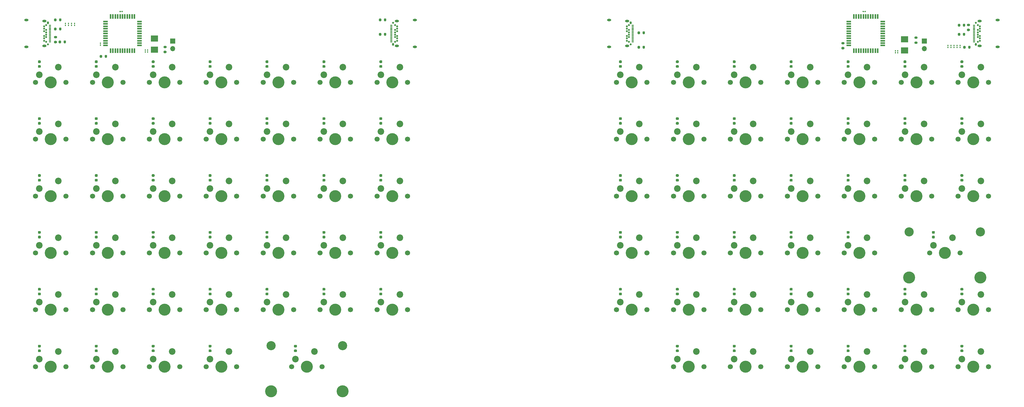
<source format=gbr>
%TF.GenerationSoftware,KiCad,Pcbnew,5.1.10-1.fc34*%
%TF.CreationDate,2021-08-03T16:02:25+03:00*%
%TF.ProjectId,keyboard,6b657962-6f61-4726-942e-6b696361645f,rev?*%
%TF.SameCoordinates,Original*%
%TF.FileFunction,Soldermask,Bot*%
%TF.FilePolarity,Negative*%
%FSLAX46Y46*%
G04 Gerber Fmt 4.6, Leading zero omitted, Abs format (unit mm)*
G04 Created by KiCad (PCBNEW 5.1.10-1.fc34) date 2021-08-03 16:02:25*
%MOMM*%
%LPD*%
G01*
G04 APERTURE LIST*
%ADD10R,2.400000X2.000000*%
%ADD11R,1.500000X0.550000*%
%ADD12R,0.550000X1.500000*%
%ADD13C,0.650000*%
%ADD14O,0.650000X0.950000*%
%ADD15O,1.400000X0.800000*%
%ADD16R,0.700000X0.300000*%
%ADD17O,1.700000X1.700000*%
%ADD18R,1.700000X1.700000*%
%ADD19C,1.700000*%
%ADD20C,4.000000*%
%ADD21C,2.200000*%
%ADD22C,3.050000*%
G04 APERTURE END LIST*
%TO.C,C5*%
G36*
G01*
X50138000Y-21246000D02*
X49938000Y-21246000D01*
G75*
G02*
X49838000Y-21146000I0J100000D01*
G01*
X49838000Y-20886000D01*
G75*
G02*
X49938000Y-20786000I100000J0D01*
G01*
X50138000Y-20786000D01*
G75*
G02*
X50238000Y-20886000I0J-100000D01*
G01*
X50238000Y-21146000D01*
G75*
G02*
X50138000Y-21246000I-100000J0D01*
G01*
G37*
G36*
G01*
X50138000Y-21886000D02*
X49938000Y-21886000D01*
G75*
G02*
X49838000Y-21786000I0J100000D01*
G01*
X49838000Y-21526000D01*
G75*
G02*
X49938000Y-21426000I100000J0D01*
G01*
X50138000Y-21426000D01*
G75*
G02*
X50238000Y-21526000I0J-100000D01*
G01*
X50238000Y-21786000D01*
G75*
G02*
X50138000Y-21886000I-100000J0D01*
G01*
G37*
%TD*%
D10*
%TO.C,Y1*%
X68072000Y-19486000D03*
X68072000Y-23186000D03*
%TD*%
%TO.C,C6*%
G36*
G01*
X332894000Y-22188000D02*
X333094000Y-22188000D01*
G75*
G02*
X333194000Y-22288000I0J-100000D01*
G01*
X333194000Y-22548000D01*
G75*
G02*
X333094000Y-22648000I-100000J0D01*
G01*
X332894000Y-22648000D01*
G75*
G02*
X332794000Y-22548000I0J100000D01*
G01*
X332794000Y-22288000D01*
G75*
G02*
X332894000Y-22188000I100000J0D01*
G01*
G37*
G36*
G01*
X332894000Y-21548000D02*
X333094000Y-21548000D01*
G75*
G02*
X333194000Y-21648000I0J-100000D01*
G01*
X333194000Y-21908000D01*
G75*
G02*
X333094000Y-22008000I-100000J0D01*
G01*
X332894000Y-22008000D01*
G75*
G02*
X332794000Y-21908000I0J100000D01*
G01*
X332794000Y-21648000D01*
G75*
G02*
X332894000Y-21548000I100000J0D01*
G01*
G37*
%TD*%
%TO.C,Y2*%
X318516000Y-19740000D03*
X318516000Y-23440000D03*
%TD*%
D11*
%TO.C,U2*%
X299862000Y-13780000D03*
X299862000Y-14580000D03*
X299862000Y-15380000D03*
X299862000Y-16180000D03*
X299862000Y-16980000D03*
X299862000Y-17780000D03*
X299862000Y-18580000D03*
X299862000Y-19380000D03*
X299862000Y-20180000D03*
X299862000Y-20980000D03*
X299862000Y-21780000D03*
D12*
X301562000Y-23480000D03*
X302362000Y-23480000D03*
X303162000Y-23480000D03*
X303962000Y-23480000D03*
X304762000Y-23480000D03*
X305562000Y-23480000D03*
X306362000Y-23480000D03*
X307162000Y-23480000D03*
X307962000Y-23480000D03*
X308762000Y-23480000D03*
X309562000Y-23480000D03*
D11*
X311262000Y-21780000D03*
X311262000Y-20980000D03*
X311262000Y-20180000D03*
X311262000Y-19380000D03*
X311262000Y-18580000D03*
X311262000Y-17780000D03*
X311262000Y-16980000D03*
X311262000Y-16180000D03*
X311262000Y-15380000D03*
X311262000Y-14580000D03*
X311262000Y-13780000D03*
D12*
X309562000Y-12080000D03*
X308762000Y-12080000D03*
X307962000Y-12080000D03*
X307162000Y-12080000D03*
X306362000Y-12080000D03*
X305562000Y-12080000D03*
X304762000Y-12080000D03*
X303962000Y-12080000D03*
X303162000Y-12080000D03*
X302362000Y-12080000D03*
X301562000Y-12080000D03*
%TD*%
D11*
%TO.C,U1*%
X51704000Y-13780000D03*
X51704000Y-14580000D03*
X51704000Y-15380000D03*
X51704000Y-16180000D03*
X51704000Y-16980000D03*
X51704000Y-17780000D03*
X51704000Y-18580000D03*
X51704000Y-19380000D03*
X51704000Y-20180000D03*
X51704000Y-20980000D03*
X51704000Y-21780000D03*
D12*
X53404000Y-23480000D03*
X54204000Y-23480000D03*
X55004000Y-23480000D03*
X55804000Y-23480000D03*
X56604000Y-23480000D03*
X57404000Y-23480000D03*
X58204000Y-23480000D03*
X59004000Y-23480000D03*
X59804000Y-23480000D03*
X60604000Y-23480000D03*
X61404000Y-23480000D03*
D11*
X63104000Y-21780000D03*
X63104000Y-20980000D03*
X63104000Y-20180000D03*
X63104000Y-19380000D03*
X63104000Y-18580000D03*
X63104000Y-17780000D03*
X63104000Y-16980000D03*
X63104000Y-16180000D03*
X63104000Y-15380000D03*
X63104000Y-14580000D03*
X63104000Y-13780000D03*
D12*
X61404000Y-12080000D03*
X60604000Y-12080000D03*
X59804000Y-12080000D03*
X59004000Y-12080000D03*
X58204000Y-12080000D03*
X57404000Y-12080000D03*
X56604000Y-12080000D03*
X55804000Y-12080000D03*
X55004000Y-12080000D03*
X54204000Y-12080000D03*
X53404000Y-12080000D03*
%TD*%
%TO.C,R16*%
G36*
G01*
X230207000Y-22077000D02*
X230207000Y-22627000D01*
G75*
G02*
X230007000Y-22827000I-200000J0D01*
G01*
X229607000Y-22827000D01*
G75*
G02*
X229407000Y-22627000I0J200000D01*
G01*
X229407000Y-22077000D01*
G75*
G02*
X229607000Y-21877000I200000J0D01*
G01*
X230007000Y-21877000D01*
G75*
G02*
X230207000Y-22077000I0J-200000D01*
G01*
G37*
G36*
G01*
X231857000Y-22077000D02*
X231857000Y-22627000D01*
G75*
G02*
X231657000Y-22827000I-200000J0D01*
G01*
X231257000Y-22827000D01*
G75*
G02*
X231057000Y-22627000I0J200000D01*
G01*
X231057000Y-22077000D01*
G75*
G02*
X231257000Y-21877000I200000J0D01*
G01*
X231657000Y-21877000D01*
G75*
G02*
X231857000Y-22077000I0J-200000D01*
G01*
G37*
%TD*%
%TO.C,R15*%
G36*
G01*
X144697000Y-13483000D02*
X144697000Y-12933000D01*
G75*
G02*
X144897000Y-12733000I200000J0D01*
G01*
X145297000Y-12733000D01*
G75*
G02*
X145497000Y-12933000I0J-200000D01*
G01*
X145497000Y-13483000D01*
G75*
G02*
X145297000Y-13683000I-200000J0D01*
G01*
X144897000Y-13683000D01*
G75*
G02*
X144697000Y-13483000I0J200000D01*
G01*
G37*
G36*
G01*
X143047000Y-13483000D02*
X143047000Y-12933000D01*
G75*
G02*
X143247000Y-12733000I200000J0D01*
G01*
X143647000Y-12733000D01*
G75*
G02*
X143847000Y-12933000I0J-200000D01*
G01*
X143847000Y-13483000D01*
G75*
G02*
X143647000Y-13683000I-200000J0D01*
G01*
X143247000Y-13683000D01*
G75*
G02*
X143047000Y-13483000I0J200000D01*
G01*
G37*
%TD*%
%TO.C,R14*%
G36*
G01*
X230207000Y-17251000D02*
X230207000Y-17801000D01*
G75*
G02*
X230007000Y-18001000I-200000J0D01*
G01*
X229607000Y-18001000D01*
G75*
G02*
X229407000Y-17801000I0J200000D01*
G01*
X229407000Y-17251000D01*
G75*
G02*
X229607000Y-17051000I200000J0D01*
G01*
X230007000Y-17051000D01*
G75*
G02*
X230207000Y-17251000I0J-200000D01*
G01*
G37*
G36*
G01*
X231857000Y-17251000D02*
X231857000Y-17801000D01*
G75*
G02*
X231657000Y-18001000I-200000J0D01*
G01*
X231257000Y-18001000D01*
G75*
G02*
X231057000Y-17801000I0J200000D01*
G01*
X231057000Y-17251000D01*
G75*
G02*
X231257000Y-17051000I200000J0D01*
G01*
X231657000Y-17051000D01*
G75*
G02*
X231857000Y-17251000I0J-200000D01*
G01*
G37*
%TD*%
%TO.C,R13*%
G36*
G01*
X144697000Y-18309000D02*
X144697000Y-17759000D01*
G75*
G02*
X144897000Y-17559000I200000J0D01*
G01*
X145297000Y-17559000D01*
G75*
G02*
X145497000Y-17759000I0J-200000D01*
G01*
X145497000Y-18309000D01*
G75*
G02*
X145297000Y-18509000I-200000J0D01*
G01*
X144897000Y-18509000D01*
G75*
G02*
X144697000Y-18309000I0J200000D01*
G01*
G37*
G36*
G01*
X143047000Y-18309000D02*
X143047000Y-17759000D01*
G75*
G02*
X143247000Y-17559000I200000J0D01*
G01*
X143647000Y-17559000D01*
G75*
G02*
X143847000Y-17759000I0J-200000D01*
G01*
X143847000Y-18309000D01*
G75*
G02*
X143647000Y-18509000I-200000J0D01*
G01*
X143247000Y-18509000D01*
G75*
G02*
X143047000Y-18309000I0J200000D01*
G01*
G37*
%TD*%
%TO.C,R12*%
G36*
G01*
X322601000Y-19578000D02*
X322051000Y-19578000D01*
G75*
G02*
X321851000Y-19378000I0J200000D01*
G01*
X321851000Y-18978000D01*
G75*
G02*
X322051000Y-18778000I200000J0D01*
G01*
X322601000Y-18778000D01*
G75*
G02*
X322801000Y-18978000I0J-200000D01*
G01*
X322801000Y-19378000D01*
G75*
G02*
X322601000Y-19578000I-200000J0D01*
G01*
G37*
G36*
G01*
X322601000Y-21228000D02*
X322051000Y-21228000D01*
G75*
G02*
X321851000Y-21028000I0J200000D01*
G01*
X321851000Y-20628000D01*
G75*
G02*
X322051000Y-20428000I200000J0D01*
G01*
X322601000Y-20428000D01*
G75*
G02*
X322801000Y-20628000I0J-200000D01*
G01*
X322801000Y-21028000D01*
G75*
G02*
X322601000Y-21228000I-200000J0D01*
G01*
G37*
%TD*%
%TO.C,R11*%
G36*
G01*
X71903000Y-22689000D02*
X71353000Y-22689000D01*
G75*
G02*
X71153000Y-22489000I0J200000D01*
G01*
X71153000Y-22089000D01*
G75*
G02*
X71353000Y-21889000I200000J0D01*
G01*
X71903000Y-21889000D01*
G75*
G02*
X72103000Y-22089000I0J-200000D01*
G01*
X72103000Y-22489000D01*
G75*
G02*
X71903000Y-22689000I-200000J0D01*
G01*
G37*
G36*
G01*
X71903000Y-24339000D02*
X71353000Y-24339000D01*
G75*
G02*
X71153000Y-24139000I0J200000D01*
G01*
X71153000Y-23739000D01*
G75*
G02*
X71353000Y-23539000I200000J0D01*
G01*
X71903000Y-23539000D01*
G75*
G02*
X72103000Y-23739000I0J-200000D01*
G01*
X72103000Y-24139000D01*
G75*
G02*
X71903000Y-24339000I-200000J0D01*
G01*
G37*
%TD*%
%TO.C,R10*%
G36*
G01*
X297667000Y-22269000D02*
X298217000Y-22269000D01*
G75*
G02*
X298417000Y-22469000I0J-200000D01*
G01*
X298417000Y-22869000D01*
G75*
G02*
X298217000Y-23069000I-200000J0D01*
G01*
X297667000Y-23069000D01*
G75*
G02*
X297467000Y-22869000I0J200000D01*
G01*
X297467000Y-22469000D01*
G75*
G02*
X297667000Y-22269000I200000J0D01*
G01*
G37*
G36*
G01*
X297667000Y-20619000D02*
X298217000Y-20619000D01*
G75*
G02*
X298417000Y-20819000I0J-200000D01*
G01*
X298417000Y-21219000D01*
G75*
G02*
X298217000Y-21419000I-200000J0D01*
G01*
X297667000Y-21419000D01*
G75*
G02*
X297467000Y-21219000I0J200000D01*
G01*
X297467000Y-20819000D01*
G75*
G02*
X297667000Y-20619000I200000J0D01*
G01*
G37*
%TD*%
%TO.C,R9*%
G36*
G01*
X51479000Y-25675000D02*
X51479000Y-25125000D01*
G75*
G02*
X51679000Y-24925000I200000J0D01*
G01*
X52079000Y-24925000D01*
G75*
G02*
X52279000Y-25125000I0J-200000D01*
G01*
X52279000Y-25675000D01*
G75*
G02*
X52079000Y-25875000I-200000J0D01*
G01*
X51679000Y-25875000D01*
G75*
G02*
X51479000Y-25675000I0J200000D01*
G01*
G37*
G36*
G01*
X49829000Y-25675000D02*
X49829000Y-25125000D01*
G75*
G02*
X50029000Y-24925000I200000J0D01*
G01*
X50429000Y-24925000D01*
G75*
G02*
X50629000Y-25125000I0J-200000D01*
G01*
X50629000Y-25675000D01*
G75*
G02*
X50429000Y-25875000I-200000J0D01*
G01*
X50029000Y-25875000D01*
G75*
G02*
X49829000Y-25675000I0J200000D01*
G01*
G37*
%TD*%
%TO.C,R8*%
G36*
G01*
X337991000Y-15261000D02*
X337991000Y-14711000D01*
G75*
G02*
X338191000Y-14511000I200000J0D01*
G01*
X338591000Y-14511000D01*
G75*
G02*
X338791000Y-14711000I0J-200000D01*
G01*
X338791000Y-15261000D01*
G75*
G02*
X338591000Y-15461000I-200000J0D01*
G01*
X338191000Y-15461000D01*
G75*
G02*
X337991000Y-15261000I0J200000D01*
G01*
G37*
G36*
G01*
X336341000Y-15261000D02*
X336341000Y-14711000D01*
G75*
G02*
X336541000Y-14511000I200000J0D01*
G01*
X336941000Y-14511000D01*
G75*
G02*
X337141000Y-14711000I0J-200000D01*
G01*
X337141000Y-15261000D01*
G75*
G02*
X336941000Y-15461000I-200000J0D01*
G01*
X336541000Y-15461000D01*
G75*
G02*
X336341000Y-15261000I0J200000D01*
G01*
G37*
%TD*%
%TO.C,R7*%
G36*
G01*
X36913000Y-20299000D02*
X36913000Y-20849000D01*
G75*
G02*
X36713000Y-21049000I-200000J0D01*
G01*
X36313000Y-21049000D01*
G75*
G02*
X36113000Y-20849000I0J200000D01*
G01*
X36113000Y-20299000D01*
G75*
G02*
X36313000Y-20099000I200000J0D01*
G01*
X36713000Y-20099000D01*
G75*
G02*
X36913000Y-20299000I0J-200000D01*
G01*
G37*
G36*
G01*
X38563000Y-20299000D02*
X38563000Y-20849000D01*
G75*
G02*
X38363000Y-21049000I-200000J0D01*
G01*
X37963000Y-21049000D01*
G75*
G02*
X37763000Y-20849000I0J200000D01*
G01*
X37763000Y-20299000D01*
G75*
G02*
X37963000Y-20099000I200000J0D01*
G01*
X38363000Y-20099000D01*
G75*
G02*
X38563000Y-20299000I0J-200000D01*
G01*
G37*
%TD*%
%TO.C,R6*%
G36*
G01*
X337991000Y-18309000D02*
X337991000Y-17759000D01*
G75*
G02*
X338191000Y-17559000I200000J0D01*
G01*
X338591000Y-17559000D01*
G75*
G02*
X338791000Y-17759000I0J-200000D01*
G01*
X338791000Y-18309000D01*
G75*
G02*
X338591000Y-18509000I-200000J0D01*
G01*
X338191000Y-18509000D01*
G75*
G02*
X337991000Y-18309000I0J200000D01*
G01*
G37*
G36*
G01*
X336341000Y-18309000D02*
X336341000Y-17759000D01*
G75*
G02*
X336541000Y-17559000I200000J0D01*
G01*
X336941000Y-17559000D01*
G75*
G02*
X337141000Y-17759000I0J-200000D01*
G01*
X337141000Y-18309000D01*
G75*
G02*
X336941000Y-18509000I-200000J0D01*
G01*
X336541000Y-18509000D01*
G75*
G02*
X336341000Y-18309000I0J200000D01*
G01*
G37*
%TD*%
%TO.C,R5*%
G36*
G01*
X35389000Y-15981000D02*
X35389000Y-16531000D01*
G75*
G02*
X35189000Y-16731000I-200000J0D01*
G01*
X34789000Y-16731000D01*
G75*
G02*
X34589000Y-16531000I0J200000D01*
G01*
X34589000Y-15981000D01*
G75*
G02*
X34789000Y-15781000I200000J0D01*
G01*
X35189000Y-15781000D01*
G75*
G02*
X35389000Y-15981000I0J-200000D01*
G01*
G37*
G36*
G01*
X37039000Y-15981000D02*
X37039000Y-16531000D01*
G75*
G02*
X36839000Y-16731000I-200000J0D01*
G01*
X36439000Y-16731000D01*
G75*
G02*
X36239000Y-16531000I0J200000D01*
G01*
X36239000Y-15981000D01*
G75*
G02*
X36439000Y-15781000I200000J0D01*
G01*
X36839000Y-15781000D01*
G75*
G02*
X37039000Y-15981000I0J-200000D01*
G01*
G37*
%TD*%
%TO.C,R4*%
G36*
G01*
X339769000Y-22627000D02*
X339769000Y-22077000D01*
G75*
G02*
X339969000Y-21877000I200000J0D01*
G01*
X340369000Y-21877000D01*
G75*
G02*
X340569000Y-22077000I0J-200000D01*
G01*
X340569000Y-22627000D01*
G75*
G02*
X340369000Y-22827000I-200000J0D01*
G01*
X339969000Y-22827000D01*
G75*
G02*
X339769000Y-22627000I0J200000D01*
G01*
G37*
G36*
G01*
X338119000Y-22627000D02*
X338119000Y-22077000D01*
G75*
G02*
X338319000Y-21877000I200000J0D01*
G01*
X338719000Y-21877000D01*
G75*
G02*
X338919000Y-22077000I0J-200000D01*
G01*
X338919000Y-22627000D01*
G75*
G02*
X338719000Y-22827000I-200000J0D01*
G01*
X338319000Y-22827000D01*
G75*
G02*
X338119000Y-22627000I0J200000D01*
G01*
G37*
%TD*%
%TO.C,R3*%
G36*
G01*
X36239000Y-13483000D02*
X36239000Y-12933000D01*
G75*
G02*
X36439000Y-12733000I200000J0D01*
G01*
X36839000Y-12733000D01*
G75*
G02*
X37039000Y-12933000I0J-200000D01*
G01*
X37039000Y-13483000D01*
G75*
G02*
X36839000Y-13683000I-200000J0D01*
G01*
X36439000Y-13683000D01*
G75*
G02*
X36239000Y-13483000I0J200000D01*
G01*
G37*
G36*
G01*
X34589000Y-13483000D02*
X34589000Y-12933000D01*
G75*
G02*
X34789000Y-12733000I200000J0D01*
G01*
X35189000Y-12733000D01*
G75*
G02*
X35389000Y-12933000I0J-200000D01*
G01*
X35389000Y-13483000D01*
G75*
G02*
X35189000Y-13683000I-200000J0D01*
G01*
X34789000Y-13683000D01*
G75*
G02*
X34589000Y-13483000I0J200000D01*
G01*
G37*
%TD*%
%TO.C,R2*%
G36*
G01*
X339577000Y-16173000D02*
X340127000Y-16173000D01*
G75*
G02*
X340327000Y-16373000I0J-200000D01*
G01*
X340327000Y-16773000D01*
G75*
G02*
X340127000Y-16973000I-200000J0D01*
G01*
X339577000Y-16973000D01*
G75*
G02*
X339377000Y-16773000I0J200000D01*
G01*
X339377000Y-16373000D01*
G75*
G02*
X339577000Y-16173000I200000J0D01*
G01*
G37*
G36*
G01*
X339577000Y-14523000D02*
X340127000Y-14523000D01*
G75*
G02*
X340327000Y-14723000I0J-200000D01*
G01*
X340327000Y-15123000D01*
G75*
G02*
X340127000Y-15323000I-200000J0D01*
G01*
X339577000Y-15323000D01*
G75*
G02*
X339377000Y-15123000I0J200000D01*
G01*
X339377000Y-14723000D01*
G75*
G02*
X339577000Y-14523000I200000J0D01*
G01*
G37*
%TD*%
%TO.C,R1*%
G36*
G01*
X35327000Y-19387000D02*
X34777000Y-19387000D01*
G75*
G02*
X34577000Y-19187000I0J200000D01*
G01*
X34577000Y-18787000D01*
G75*
G02*
X34777000Y-18587000I200000J0D01*
G01*
X35327000Y-18587000D01*
G75*
G02*
X35527000Y-18787000I0J-200000D01*
G01*
X35527000Y-19187000D01*
G75*
G02*
X35327000Y-19387000I-200000J0D01*
G01*
G37*
G36*
G01*
X35327000Y-21037000D02*
X34777000Y-21037000D01*
G75*
G02*
X34577000Y-20837000I0J200000D01*
G01*
X34577000Y-20437000D01*
G75*
G02*
X34777000Y-20237000I200000J0D01*
G01*
X35327000Y-20237000D01*
G75*
G02*
X35527000Y-20437000I0J-200000D01*
G01*
X35527000Y-20837000D01*
G75*
G02*
X35327000Y-21037000I-200000J0D01*
G01*
G37*
%TD*%
D13*
%TO.C,J6*%
X225768000Y-20180000D03*
X225768000Y-19380000D03*
X225768000Y-18580000D03*
X225768000Y-16980000D03*
X225768000Y-16180000D03*
X225768000Y-15380000D03*
X226468000Y-20580000D03*
X226468000Y-18980000D03*
X226468000Y-18180000D03*
X226468000Y-17380000D03*
X226468000Y-16580000D03*
X226468000Y-14980000D03*
X227118000Y-21380000D03*
D14*
X227118000Y-14180000D03*
D15*
X219918000Y-22270000D03*
X219918000Y-13290000D03*
X225868000Y-13650000D03*
D16*
X227778000Y-15530000D03*
X227778000Y-17030000D03*
X227778000Y-16530000D03*
X227778000Y-16030000D03*
X227778000Y-15030000D03*
X227778000Y-17530000D03*
X227778000Y-18030000D03*
X227778000Y-18530000D03*
X227778000Y-19030000D03*
X227778000Y-19530000D03*
X227778000Y-20030000D03*
X227778000Y-20530000D03*
D15*
X225868000Y-21910000D03*
%TD*%
D13*
%TO.C,J5*%
X149136000Y-15380000D03*
X149136000Y-16180000D03*
X149136000Y-16980000D03*
X149136000Y-18580000D03*
X149136000Y-19380000D03*
X149136000Y-20180000D03*
X148436000Y-14980000D03*
X148436000Y-16580000D03*
X148436000Y-17380000D03*
X148436000Y-18180000D03*
X148436000Y-18980000D03*
X148436000Y-20580000D03*
X147786000Y-14180000D03*
D14*
X147786000Y-21380000D03*
D15*
X154986000Y-13290000D03*
X154986000Y-22270000D03*
X149036000Y-21910000D03*
D16*
X147126000Y-20030000D03*
X147126000Y-18530000D03*
X147126000Y-19030000D03*
X147126000Y-19530000D03*
X147126000Y-20530000D03*
X147126000Y-18030000D03*
X147126000Y-17530000D03*
X147126000Y-17030000D03*
X147126000Y-16530000D03*
X147126000Y-16030000D03*
X147126000Y-15530000D03*
X147126000Y-15030000D03*
D15*
X149036000Y-13650000D03*
%TD*%
D17*
%TO.C,J4*%
X325120000Y-22860000D03*
D18*
X325120000Y-20320000D03*
%TD*%
D17*
%TO.C,J3*%
X74168000Y-22860000D03*
D18*
X74168000Y-20320000D03*
%TD*%
D13*
%TO.C,J2*%
X343700000Y-15380000D03*
X343700000Y-16180000D03*
X343700000Y-16980000D03*
X343700000Y-18580000D03*
X343700000Y-19380000D03*
X343700000Y-20180000D03*
X343000000Y-14980000D03*
X343000000Y-16580000D03*
X343000000Y-17380000D03*
X343000000Y-18180000D03*
X343000000Y-18980000D03*
X343000000Y-20580000D03*
X342350000Y-14180000D03*
D14*
X342350000Y-21380000D03*
D15*
X349550000Y-13290000D03*
X349550000Y-22270000D03*
X343600000Y-21910000D03*
D16*
X341690000Y-20030000D03*
X341690000Y-18530000D03*
X341690000Y-19030000D03*
X341690000Y-19530000D03*
X341690000Y-20530000D03*
X341690000Y-18030000D03*
X341690000Y-17530000D03*
X341690000Y-17030000D03*
X341690000Y-16530000D03*
X341690000Y-16030000D03*
X341690000Y-15530000D03*
X341690000Y-15030000D03*
D15*
X343600000Y-13650000D03*
%TD*%
D13*
%TO.C,J1*%
X31204000Y-20180000D03*
X31204000Y-19380000D03*
X31204000Y-18580000D03*
X31204000Y-16980000D03*
X31204000Y-16180000D03*
X31204000Y-15380000D03*
X31904000Y-20580000D03*
X31904000Y-18980000D03*
X31904000Y-18180000D03*
X31904000Y-17380000D03*
X31904000Y-16580000D03*
X31904000Y-14980000D03*
X32554000Y-21380000D03*
D14*
X32554000Y-14180000D03*
D15*
X25354000Y-22270000D03*
X25354000Y-13290000D03*
X31304000Y-13650000D03*
D16*
X33214000Y-15530000D03*
X33214000Y-17030000D03*
X33214000Y-16530000D03*
X33214000Y-16030000D03*
X33214000Y-15030000D03*
X33214000Y-17530000D03*
X33214000Y-18030000D03*
X33214000Y-18530000D03*
X33214000Y-19030000D03*
X33214000Y-19530000D03*
X33214000Y-20030000D03*
X33214000Y-20530000D03*
D15*
X31304000Y-21910000D03*
%TD*%
%TO.C,C16*%
G36*
G01*
X305144000Y-10514000D02*
X305144000Y-10314000D01*
G75*
G02*
X305244000Y-10214000I100000J0D01*
G01*
X305504000Y-10214000D01*
G75*
G02*
X305604000Y-10314000I0J-100000D01*
G01*
X305604000Y-10514000D01*
G75*
G02*
X305504000Y-10614000I-100000J0D01*
G01*
X305244000Y-10614000D01*
G75*
G02*
X305144000Y-10514000I0J100000D01*
G01*
G37*
G36*
G01*
X304504000Y-10514000D02*
X304504000Y-10314000D01*
G75*
G02*
X304604000Y-10214000I100000J0D01*
G01*
X304864000Y-10214000D01*
G75*
G02*
X304964000Y-10314000I0J-100000D01*
G01*
X304964000Y-10514000D01*
G75*
G02*
X304864000Y-10614000I-100000J0D01*
G01*
X304604000Y-10614000D01*
G75*
G02*
X304504000Y-10514000I0J100000D01*
G01*
G37*
%TD*%
%TO.C,C15*%
G36*
G01*
X57052000Y-10514000D02*
X57052000Y-10314000D01*
G75*
G02*
X57152000Y-10214000I100000J0D01*
G01*
X57412000Y-10214000D01*
G75*
G02*
X57512000Y-10314000I0J-100000D01*
G01*
X57512000Y-10514000D01*
G75*
G02*
X57412000Y-10614000I-100000J0D01*
G01*
X57152000Y-10614000D01*
G75*
G02*
X57052000Y-10514000I0J100000D01*
G01*
G37*
G36*
G01*
X56412000Y-10514000D02*
X56412000Y-10314000D01*
G75*
G02*
X56512000Y-10214000I100000J0D01*
G01*
X56772000Y-10214000D01*
G75*
G02*
X56872000Y-10314000I0J-100000D01*
G01*
X56872000Y-10514000D01*
G75*
G02*
X56772000Y-10614000I-100000J0D01*
G01*
X56512000Y-10614000D01*
G75*
G02*
X56412000Y-10514000I0J100000D01*
G01*
G37*
%TD*%
%TO.C,C14*%
G36*
G01*
X316330000Y-23786000D02*
X316130000Y-23786000D01*
G75*
G02*
X316030000Y-23686000I0J100000D01*
G01*
X316030000Y-23426000D01*
G75*
G02*
X316130000Y-23326000I100000J0D01*
G01*
X316330000Y-23326000D01*
G75*
G02*
X316430000Y-23426000I0J-100000D01*
G01*
X316430000Y-23686000D01*
G75*
G02*
X316330000Y-23786000I-100000J0D01*
G01*
G37*
G36*
G01*
X316330000Y-24426000D02*
X316130000Y-24426000D01*
G75*
G02*
X316030000Y-24326000I0J100000D01*
G01*
X316030000Y-24066000D01*
G75*
G02*
X316130000Y-23966000I100000J0D01*
G01*
X316330000Y-23966000D01*
G75*
G02*
X316430000Y-24066000I0J-100000D01*
G01*
X316430000Y-24326000D01*
G75*
G02*
X316330000Y-24426000I-100000J0D01*
G01*
G37*
%TD*%
%TO.C,C13*%
G36*
G01*
X65886000Y-23532000D02*
X65686000Y-23532000D01*
G75*
G02*
X65586000Y-23432000I0J100000D01*
G01*
X65586000Y-23172000D01*
G75*
G02*
X65686000Y-23072000I100000J0D01*
G01*
X65886000Y-23072000D01*
G75*
G02*
X65986000Y-23172000I0J-100000D01*
G01*
X65986000Y-23432000D01*
G75*
G02*
X65886000Y-23532000I-100000J0D01*
G01*
G37*
G36*
G01*
X65886000Y-24172000D02*
X65686000Y-24172000D01*
G75*
G02*
X65586000Y-24072000I0J100000D01*
G01*
X65586000Y-23812000D01*
G75*
G02*
X65686000Y-23712000I100000J0D01*
G01*
X65886000Y-23712000D01*
G75*
G02*
X65986000Y-23812000I0J-100000D01*
G01*
X65986000Y-24072000D01*
G75*
G02*
X65886000Y-24172000I-100000J0D01*
G01*
G37*
%TD*%
%TO.C,C12*%
G36*
G01*
X315368000Y-23966000D02*
X315568000Y-23966000D01*
G75*
G02*
X315668000Y-24066000I0J-100000D01*
G01*
X315668000Y-24326000D01*
G75*
G02*
X315568000Y-24426000I-100000J0D01*
G01*
X315368000Y-24426000D01*
G75*
G02*
X315268000Y-24326000I0J100000D01*
G01*
X315268000Y-24066000D01*
G75*
G02*
X315368000Y-23966000I100000J0D01*
G01*
G37*
G36*
G01*
X315368000Y-23326000D02*
X315568000Y-23326000D01*
G75*
G02*
X315668000Y-23426000I0J-100000D01*
G01*
X315668000Y-23686000D01*
G75*
G02*
X315568000Y-23786000I-100000J0D01*
G01*
X315368000Y-23786000D01*
G75*
G02*
X315268000Y-23686000I0J100000D01*
G01*
X315268000Y-23426000D01*
G75*
G02*
X315368000Y-23326000I100000J0D01*
G01*
G37*
%TD*%
%TO.C,C11*%
G36*
G01*
X64924000Y-23712000D02*
X65124000Y-23712000D01*
G75*
G02*
X65224000Y-23812000I0J-100000D01*
G01*
X65224000Y-24072000D01*
G75*
G02*
X65124000Y-24172000I-100000J0D01*
G01*
X64924000Y-24172000D01*
G75*
G02*
X64824000Y-24072000I0J100000D01*
G01*
X64824000Y-23812000D01*
G75*
G02*
X64924000Y-23712000I100000J0D01*
G01*
G37*
G36*
G01*
X64924000Y-23072000D02*
X65124000Y-23072000D01*
G75*
G02*
X65224000Y-23172000I0J-100000D01*
G01*
X65224000Y-23432000D01*
G75*
G02*
X65124000Y-23532000I-100000J0D01*
G01*
X64924000Y-23532000D01*
G75*
G02*
X64824000Y-23432000I0J100000D01*
G01*
X64824000Y-23172000D01*
G75*
G02*
X64924000Y-23072000I100000J0D01*
G01*
G37*
%TD*%
%TO.C,C10*%
G36*
G01*
X336958000Y-22188000D02*
X337158000Y-22188000D01*
G75*
G02*
X337258000Y-22288000I0J-100000D01*
G01*
X337258000Y-22548000D01*
G75*
G02*
X337158000Y-22648000I-100000J0D01*
G01*
X336958000Y-22648000D01*
G75*
G02*
X336858000Y-22548000I0J100000D01*
G01*
X336858000Y-22288000D01*
G75*
G02*
X336958000Y-22188000I100000J0D01*
G01*
G37*
G36*
G01*
X336958000Y-21548000D02*
X337158000Y-21548000D01*
G75*
G02*
X337258000Y-21648000I0J-100000D01*
G01*
X337258000Y-21908000D01*
G75*
G02*
X337158000Y-22008000I-100000J0D01*
G01*
X336958000Y-22008000D01*
G75*
G02*
X336858000Y-21908000I0J100000D01*
G01*
X336858000Y-21648000D01*
G75*
G02*
X336958000Y-21548000I100000J0D01*
G01*
G37*
%TD*%
%TO.C,C9*%
G36*
G01*
X335942000Y-22188000D02*
X336142000Y-22188000D01*
G75*
G02*
X336242000Y-22288000I0J-100000D01*
G01*
X336242000Y-22548000D01*
G75*
G02*
X336142000Y-22648000I-100000J0D01*
G01*
X335942000Y-22648000D01*
G75*
G02*
X335842000Y-22548000I0J100000D01*
G01*
X335842000Y-22288000D01*
G75*
G02*
X335942000Y-22188000I100000J0D01*
G01*
G37*
G36*
G01*
X335942000Y-21548000D02*
X336142000Y-21548000D01*
G75*
G02*
X336242000Y-21648000I0J-100000D01*
G01*
X336242000Y-21908000D01*
G75*
G02*
X336142000Y-22008000I-100000J0D01*
G01*
X335942000Y-22008000D01*
G75*
G02*
X335842000Y-21908000I0J100000D01*
G01*
X335842000Y-21648000D01*
G75*
G02*
X335942000Y-21548000I100000J0D01*
G01*
G37*
%TD*%
%TO.C,C8*%
G36*
G01*
X334926000Y-22188000D02*
X335126000Y-22188000D01*
G75*
G02*
X335226000Y-22288000I0J-100000D01*
G01*
X335226000Y-22548000D01*
G75*
G02*
X335126000Y-22648000I-100000J0D01*
G01*
X334926000Y-22648000D01*
G75*
G02*
X334826000Y-22548000I0J100000D01*
G01*
X334826000Y-22288000D01*
G75*
G02*
X334926000Y-22188000I100000J0D01*
G01*
G37*
G36*
G01*
X334926000Y-21548000D02*
X335126000Y-21548000D01*
G75*
G02*
X335226000Y-21648000I0J-100000D01*
G01*
X335226000Y-21908000D01*
G75*
G02*
X335126000Y-22008000I-100000J0D01*
G01*
X334926000Y-22008000D01*
G75*
G02*
X334826000Y-21908000I0J100000D01*
G01*
X334826000Y-21648000D01*
G75*
G02*
X334926000Y-21548000I100000J0D01*
G01*
G37*
%TD*%
%TO.C,C7*%
G36*
G01*
X333910000Y-22188000D02*
X334110000Y-22188000D01*
G75*
G02*
X334210000Y-22288000I0J-100000D01*
G01*
X334210000Y-22548000D01*
G75*
G02*
X334110000Y-22648000I-100000J0D01*
G01*
X333910000Y-22648000D01*
G75*
G02*
X333810000Y-22548000I0J100000D01*
G01*
X333810000Y-22288000D01*
G75*
G02*
X333910000Y-22188000I100000J0D01*
G01*
G37*
G36*
G01*
X333910000Y-21548000D02*
X334110000Y-21548000D01*
G75*
G02*
X334210000Y-21648000I0J-100000D01*
G01*
X334210000Y-21908000D01*
G75*
G02*
X334110000Y-22008000I-100000J0D01*
G01*
X333910000Y-22008000D01*
G75*
G02*
X333810000Y-21908000I0J100000D01*
G01*
X333810000Y-21648000D01*
G75*
G02*
X333910000Y-21548000I100000J0D01*
G01*
G37*
%TD*%
%TO.C,C4*%
G36*
G01*
X41502000Y-14642000D02*
X41302000Y-14642000D01*
G75*
G02*
X41202000Y-14542000I0J100000D01*
G01*
X41202000Y-14282000D01*
G75*
G02*
X41302000Y-14182000I100000J0D01*
G01*
X41502000Y-14182000D01*
G75*
G02*
X41602000Y-14282000I0J-100000D01*
G01*
X41602000Y-14542000D01*
G75*
G02*
X41502000Y-14642000I-100000J0D01*
G01*
G37*
G36*
G01*
X41502000Y-15282000D02*
X41302000Y-15282000D01*
G75*
G02*
X41202000Y-15182000I0J100000D01*
G01*
X41202000Y-14922000D01*
G75*
G02*
X41302000Y-14822000I100000J0D01*
G01*
X41502000Y-14822000D01*
G75*
G02*
X41602000Y-14922000I0J-100000D01*
G01*
X41602000Y-15182000D01*
G75*
G02*
X41502000Y-15282000I-100000J0D01*
G01*
G37*
%TD*%
%TO.C,C3*%
G36*
G01*
X40486000Y-14642000D02*
X40286000Y-14642000D01*
G75*
G02*
X40186000Y-14542000I0J100000D01*
G01*
X40186000Y-14282000D01*
G75*
G02*
X40286000Y-14182000I100000J0D01*
G01*
X40486000Y-14182000D01*
G75*
G02*
X40586000Y-14282000I0J-100000D01*
G01*
X40586000Y-14542000D01*
G75*
G02*
X40486000Y-14642000I-100000J0D01*
G01*
G37*
G36*
G01*
X40486000Y-15282000D02*
X40286000Y-15282000D01*
G75*
G02*
X40186000Y-15182000I0J100000D01*
G01*
X40186000Y-14922000D01*
G75*
G02*
X40286000Y-14822000I100000J0D01*
G01*
X40486000Y-14822000D01*
G75*
G02*
X40586000Y-14922000I0J-100000D01*
G01*
X40586000Y-15182000D01*
G75*
G02*
X40486000Y-15282000I-100000J0D01*
G01*
G37*
%TD*%
%TO.C,C2*%
G36*
G01*
X39470000Y-14642000D02*
X39270000Y-14642000D01*
G75*
G02*
X39170000Y-14542000I0J100000D01*
G01*
X39170000Y-14282000D01*
G75*
G02*
X39270000Y-14182000I100000J0D01*
G01*
X39470000Y-14182000D01*
G75*
G02*
X39570000Y-14282000I0J-100000D01*
G01*
X39570000Y-14542000D01*
G75*
G02*
X39470000Y-14642000I-100000J0D01*
G01*
G37*
G36*
G01*
X39470000Y-15282000D02*
X39270000Y-15282000D01*
G75*
G02*
X39170000Y-15182000I0J100000D01*
G01*
X39170000Y-14922000D01*
G75*
G02*
X39270000Y-14822000I100000J0D01*
G01*
X39470000Y-14822000D01*
G75*
G02*
X39570000Y-14922000I0J-100000D01*
G01*
X39570000Y-15182000D01*
G75*
G02*
X39470000Y-15282000I-100000J0D01*
G01*
G37*
%TD*%
%TO.C,C1*%
G36*
G01*
X38454000Y-14642000D02*
X38254000Y-14642000D01*
G75*
G02*
X38154000Y-14542000I0J100000D01*
G01*
X38154000Y-14282000D01*
G75*
G02*
X38254000Y-14182000I100000J0D01*
G01*
X38454000Y-14182000D01*
G75*
G02*
X38554000Y-14282000I0J-100000D01*
G01*
X38554000Y-14542000D01*
G75*
G02*
X38454000Y-14642000I-100000J0D01*
G01*
G37*
G36*
G01*
X38454000Y-15282000D02*
X38254000Y-15282000D01*
G75*
G02*
X38154000Y-15182000I0J100000D01*
G01*
X38154000Y-14922000D01*
G75*
G02*
X38254000Y-14822000I100000J0D01*
G01*
X38454000Y-14822000D01*
G75*
G02*
X38554000Y-14922000I0J-100000D01*
G01*
X38554000Y-15182000D01*
G75*
G02*
X38454000Y-15282000I-100000J0D01*
G01*
G37*
%TD*%
%TO.C,D1*%
G36*
G01*
X29393750Y-28350000D02*
X29906250Y-28350000D01*
G75*
G02*
X30125000Y-28568750I0J-218750D01*
G01*
X30125000Y-29006250D01*
G75*
G02*
X29906250Y-29225000I-218750J0D01*
G01*
X29393750Y-29225000D01*
G75*
G02*
X29175000Y-29006250I0J218750D01*
G01*
X29175000Y-28568750D01*
G75*
G02*
X29393750Y-28350000I218750J0D01*
G01*
G37*
G36*
G01*
X29393750Y-26775000D02*
X29906250Y-26775000D01*
G75*
G02*
X30125000Y-26993750I0J-218750D01*
G01*
X30125000Y-27431250D01*
G75*
G02*
X29906250Y-27650000I-218750J0D01*
G01*
X29393750Y-27650000D01*
G75*
G02*
X29175000Y-27431250I0J218750D01*
G01*
X29175000Y-26993750D01*
G75*
G02*
X29393750Y-26775000I218750J0D01*
G01*
G37*
%TD*%
%TO.C,D2*%
G36*
G01*
X48393750Y-28350000D02*
X48906250Y-28350000D01*
G75*
G02*
X49125000Y-28568750I0J-218750D01*
G01*
X49125000Y-29006250D01*
G75*
G02*
X48906250Y-29225000I-218750J0D01*
G01*
X48393750Y-29225000D01*
G75*
G02*
X48175000Y-29006250I0J218750D01*
G01*
X48175000Y-28568750D01*
G75*
G02*
X48393750Y-28350000I218750J0D01*
G01*
G37*
G36*
G01*
X48393750Y-26775000D02*
X48906250Y-26775000D01*
G75*
G02*
X49125000Y-26993750I0J-218750D01*
G01*
X49125000Y-27431250D01*
G75*
G02*
X48906250Y-27650000I-218750J0D01*
G01*
X48393750Y-27650000D01*
G75*
G02*
X48175000Y-27431250I0J218750D01*
G01*
X48175000Y-26993750D01*
G75*
G02*
X48393750Y-26775000I218750J0D01*
G01*
G37*
%TD*%
%TO.C,D3*%
G36*
G01*
X67393750Y-28350000D02*
X67906250Y-28350000D01*
G75*
G02*
X68125000Y-28568750I0J-218750D01*
G01*
X68125000Y-29006250D01*
G75*
G02*
X67906250Y-29225000I-218750J0D01*
G01*
X67393750Y-29225000D01*
G75*
G02*
X67175000Y-29006250I0J218750D01*
G01*
X67175000Y-28568750D01*
G75*
G02*
X67393750Y-28350000I218750J0D01*
G01*
G37*
G36*
G01*
X67393750Y-26775000D02*
X67906250Y-26775000D01*
G75*
G02*
X68125000Y-26993750I0J-218750D01*
G01*
X68125000Y-27431250D01*
G75*
G02*
X67906250Y-27650000I-218750J0D01*
G01*
X67393750Y-27650000D01*
G75*
G02*
X67175000Y-27431250I0J218750D01*
G01*
X67175000Y-26993750D01*
G75*
G02*
X67393750Y-26775000I218750J0D01*
G01*
G37*
%TD*%
%TO.C,D4*%
G36*
G01*
X86393750Y-26775000D02*
X86906250Y-26775000D01*
G75*
G02*
X87125000Y-26993750I0J-218750D01*
G01*
X87125000Y-27431250D01*
G75*
G02*
X86906250Y-27650000I-218750J0D01*
G01*
X86393750Y-27650000D01*
G75*
G02*
X86175000Y-27431250I0J218750D01*
G01*
X86175000Y-26993750D01*
G75*
G02*
X86393750Y-26775000I218750J0D01*
G01*
G37*
G36*
G01*
X86393750Y-28350000D02*
X86906250Y-28350000D01*
G75*
G02*
X87125000Y-28568750I0J-218750D01*
G01*
X87125000Y-29006250D01*
G75*
G02*
X86906250Y-29225000I-218750J0D01*
G01*
X86393750Y-29225000D01*
G75*
G02*
X86175000Y-29006250I0J218750D01*
G01*
X86175000Y-28568750D01*
G75*
G02*
X86393750Y-28350000I218750J0D01*
G01*
G37*
%TD*%
%TO.C,D5*%
G36*
G01*
X105393750Y-26775000D02*
X105906250Y-26775000D01*
G75*
G02*
X106125000Y-26993750I0J-218750D01*
G01*
X106125000Y-27431250D01*
G75*
G02*
X105906250Y-27650000I-218750J0D01*
G01*
X105393750Y-27650000D01*
G75*
G02*
X105175000Y-27431250I0J218750D01*
G01*
X105175000Y-26993750D01*
G75*
G02*
X105393750Y-26775000I218750J0D01*
G01*
G37*
G36*
G01*
X105393750Y-28350000D02*
X105906250Y-28350000D01*
G75*
G02*
X106125000Y-28568750I0J-218750D01*
G01*
X106125000Y-29006250D01*
G75*
G02*
X105906250Y-29225000I-218750J0D01*
G01*
X105393750Y-29225000D01*
G75*
G02*
X105175000Y-29006250I0J218750D01*
G01*
X105175000Y-28568750D01*
G75*
G02*
X105393750Y-28350000I218750J0D01*
G01*
G37*
%TD*%
%TO.C,D6*%
G36*
G01*
X124393750Y-28350000D02*
X124906250Y-28350000D01*
G75*
G02*
X125125000Y-28568750I0J-218750D01*
G01*
X125125000Y-29006250D01*
G75*
G02*
X124906250Y-29225000I-218750J0D01*
G01*
X124393750Y-29225000D01*
G75*
G02*
X124175000Y-29006250I0J218750D01*
G01*
X124175000Y-28568750D01*
G75*
G02*
X124393750Y-28350000I218750J0D01*
G01*
G37*
G36*
G01*
X124393750Y-26775000D02*
X124906250Y-26775000D01*
G75*
G02*
X125125000Y-26993750I0J-218750D01*
G01*
X125125000Y-27431250D01*
G75*
G02*
X124906250Y-27650000I-218750J0D01*
G01*
X124393750Y-27650000D01*
G75*
G02*
X124175000Y-27431250I0J218750D01*
G01*
X124175000Y-26993750D01*
G75*
G02*
X124393750Y-26775000I218750J0D01*
G01*
G37*
%TD*%
%TO.C,D7*%
G36*
G01*
X143393750Y-28350000D02*
X143906250Y-28350000D01*
G75*
G02*
X144125000Y-28568750I0J-218750D01*
G01*
X144125000Y-29006250D01*
G75*
G02*
X143906250Y-29225000I-218750J0D01*
G01*
X143393750Y-29225000D01*
G75*
G02*
X143175000Y-29006250I0J218750D01*
G01*
X143175000Y-28568750D01*
G75*
G02*
X143393750Y-28350000I218750J0D01*
G01*
G37*
G36*
G01*
X143393750Y-26775000D02*
X143906250Y-26775000D01*
G75*
G02*
X144125000Y-26993750I0J-218750D01*
G01*
X144125000Y-27431250D01*
G75*
G02*
X143906250Y-27650000I-218750J0D01*
G01*
X143393750Y-27650000D01*
G75*
G02*
X143175000Y-27431250I0J218750D01*
G01*
X143175000Y-26993750D01*
G75*
G02*
X143393750Y-26775000I218750J0D01*
G01*
G37*
%TD*%
%TO.C,D8*%
G36*
G01*
X223393750Y-28350000D02*
X223906250Y-28350000D01*
G75*
G02*
X224125000Y-28568750I0J-218750D01*
G01*
X224125000Y-29006250D01*
G75*
G02*
X223906250Y-29225000I-218750J0D01*
G01*
X223393750Y-29225000D01*
G75*
G02*
X223175000Y-29006250I0J218750D01*
G01*
X223175000Y-28568750D01*
G75*
G02*
X223393750Y-28350000I218750J0D01*
G01*
G37*
G36*
G01*
X223393750Y-26775000D02*
X223906250Y-26775000D01*
G75*
G02*
X224125000Y-26993750I0J-218750D01*
G01*
X224125000Y-27431250D01*
G75*
G02*
X223906250Y-27650000I-218750J0D01*
G01*
X223393750Y-27650000D01*
G75*
G02*
X223175000Y-27431250I0J218750D01*
G01*
X223175000Y-26993750D01*
G75*
G02*
X223393750Y-26775000I218750J0D01*
G01*
G37*
%TD*%
%TO.C,D9*%
G36*
G01*
X242393750Y-28350000D02*
X242906250Y-28350000D01*
G75*
G02*
X243125000Y-28568750I0J-218750D01*
G01*
X243125000Y-29006250D01*
G75*
G02*
X242906250Y-29225000I-218750J0D01*
G01*
X242393750Y-29225000D01*
G75*
G02*
X242175000Y-29006250I0J218750D01*
G01*
X242175000Y-28568750D01*
G75*
G02*
X242393750Y-28350000I218750J0D01*
G01*
G37*
G36*
G01*
X242393750Y-26775000D02*
X242906250Y-26775000D01*
G75*
G02*
X243125000Y-26993750I0J-218750D01*
G01*
X243125000Y-27431250D01*
G75*
G02*
X242906250Y-27650000I-218750J0D01*
G01*
X242393750Y-27650000D01*
G75*
G02*
X242175000Y-27431250I0J218750D01*
G01*
X242175000Y-26993750D01*
G75*
G02*
X242393750Y-26775000I218750J0D01*
G01*
G37*
%TD*%
%TO.C,D10*%
G36*
G01*
X261393750Y-28350000D02*
X261906250Y-28350000D01*
G75*
G02*
X262125000Y-28568750I0J-218750D01*
G01*
X262125000Y-29006250D01*
G75*
G02*
X261906250Y-29225000I-218750J0D01*
G01*
X261393750Y-29225000D01*
G75*
G02*
X261175000Y-29006250I0J218750D01*
G01*
X261175000Y-28568750D01*
G75*
G02*
X261393750Y-28350000I218750J0D01*
G01*
G37*
G36*
G01*
X261393750Y-26775000D02*
X261906250Y-26775000D01*
G75*
G02*
X262125000Y-26993750I0J-218750D01*
G01*
X262125000Y-27431250D01*
G75*
G02*
X261906250Y-27650000I-218750J0D01*
G01*
X261393750Y-27650000D01*
G75*
G02*
X261175000Y-27431250I0J218750D01*
G01*
X261175000Y-26993750D01*
G75*
G02*
X261393750Y-26775000I218750J0D01*
G01*
G37*
%TD*%
%TO.C,D11*%
G36*
G01*
X280393750Y-26775000D02*
X280906250Y-26775000D01*
G75*
G02*
X281125000Y-26993750I0J-218750D01*
G01*
X281125000Y-27431250D01*
G75*
G02*
X280906250Y-27650000I-218750J0D01*
G01*
X280393750Y-27650000D01*
G75*
G02*
X280175000Y-27431250I0J218750D01*
G01*
X280175000Y-26993750D01*
G75*
G02*
X280393750Y-26775000I218750J0D01*
G01*
G37*
G36*
G01*
X280393750Y-28350000D02*
X280906250Y-28350000D01*
G75*
G02*
X281125000Y-28568750I0J-218750D01*
G01*
X281125000Y-29006250D01*
G75*
G02*
X280906250Y-29225000I-218750J0D01*
G01*
X280393750Y-29225000D01*
G75*
G02*
X280175000Y-29006250I0J218750D01*
G01*
X280175000Y-28568750D01*
G75*
G02*
X280393750Y-28350000I218750J0D01*
G01*
G37*
%TD*%
%TO.C,D12*%
G36*
G01*
X299393750Y-26775000D02*
X299906250Y-26775000D01*
G75*
G02*
X300125000Y-26993750I0J-218750D01*
G01*
X300125000Y-27431250D01*
G75*
G02*
X299906250Y-27650000I-218750J0D01*
G01*
X299393750Y-27650000D01*
G75*
G02*
X299175000Y-27431250I0J218750D01*
G01*
X299175000Y-26993750D01*
G75*
G02*
X299393750Y-26775000I218750J0D01*
G01*
G37*
G36*
G01*
X299393750Y-28350000D02*
X299906250Y-28350000D01*
G75*
G02*
X300125000Y-28568750I0J-218750D01*
G01*
X300125000Y-29006250D01*
G75*
G02*
X299906250Y-29225000I-218750J0D01*
G01*
X299393750Y-29225000D01*
G75*
G02*
X299175000Y-29006250I0J218750D01*
G01*
X299175000Y-28568750D01*
G75*
G02*
X299393750Y-28350000I218750J0D01*
G01*
G37*
%TD*%
%TO.C,D13*%
G36*
G01*
X318393750Y-26775000D02*
X318906250Y-26775000D01*
G75*
G02*
X319125000Y-26993750I0J-218750D01*
G01*
X319125000Y-27431250D01*
G75*
G02*
X318906250Y-27650000I-218750J0D01*
G01*
X318393750Y-27650000D01*
G75*
G02*
X318175000Y-27431250I0J218750D01*
G01*
X318175000Y-26993750D01*
G75*
G02*
X318393750Y-26775000I218750J0D01*
G01*
G37*
G36*
G01*
X318393750Y-28350000D02*
X318906250Y-28350000D01*
G75*
G02*
X319125000Y-28568750I0J-218750D01*
G01*
X319125000Y-29006250D01*
G75*
G02*
X318906250Y-29225000I-218750J0D01*
G01*
X318393750Y-29225000D01*
G75*
G02*
X318175000Y-29006250I0J218750D01*
G01*
X318175000Y-28568750D01*
G75*
G02*
X318393750Y-28350000I218750J0D01*
G01*
G37*
%TD*%
%TO.C,D14*%
G36*
G01*
X337393750Y-26775000D02*
X337906250Y-26775000D01*
G75*
G02*
X338125000Y-26993750I0J-218750D01*
G01*
X338125000Y-27431250D01*
G75*
G02*
X337906250Y-27650000I-218750J0D01*
G01*
X337393750Y-27650000D01*
G75*
G02*
X337175000Y-27431250I0J218750D01*
G01*
X337175000Y-26993750D01*
G75*
G02*
X337393750Y-26775000I218750J0D01*
G01*
G37*
G36*
G01*
X337393750Y-28350000D02*
X337906250Y-28350000D01*
G75*
G02*
X338125000Y-28568750I0J-218750D01*
G01*
X338125000Y-29006250D01*
G75*
G02*
X337906250Y-29225000I-218750J0D01*
G01*
X337393750Y-29225000D01*
G75*
G02*
X337175000Y-29006250I0J218750D01*
G01*
X337175000Y-28568750D01*
G75*
G02*
X337393750Y-28350000I218750J0D01*
G01*
G37*
%TD*%
%TO.C,D15*%
G36*
G01*
X29393750Y-47350000D02*
X29906250Y-47350000D01*
G75*
G02*
X30125000Y-47568750I0J-218750D01*
G01*
X30125000Y-48006250D01*
G75*
G02*
X29906250Y-48225000I-218750J0D01*
G01*
X29393750Y-48225000D01*
G75*
G02*
X29175000Y-48006250I0J218750D01*
G01*
X29175000Y-47568750D01*
G75*
G02*
X29393750Y-47350000I218750J0D01*
G01*
G37*
G36*
G01*
X29393750Y-45775000D02*
X29906250Y-45775000D01*
G75*
G02*
X30125000Y-45993750I0J-218750D01*
G01*
X30125000Y-46431250D01*
G75*
G02*
X29906250Y-46650000I-218750J0D01*
G01*
X29393750Y-46650000D01*
G75*
G02*
X29175000Y-46431250I0J218750D01*
G01*
X29175000Y-45993750D01*
G75*
G02*
X29393750Y-45775000I218750J0D01*
G01*
G37*
%TD*%
%TO.C,D16*%
G36*
G01*
X48393750Y-45775000D02*
X48906250Y-45775000D01*
G75*
G02*
X49125000Y-45993750I0J-218750D01*
G01*
X49125000Y-46431250D01*
G75*
G02*
X48906250Y-46650000I-218750J0D01*
G01*
X48393750Y-46650000D01*
G75*
G02*
X48175000Y-46431250I0J218750D01*
G01*
X48175000Y-45993750D01*
G75*
G02*
X48393750Y-45775000I218750J0D01*
G01*
G37*
G36*
G01*
X48393750Y-47350000D02*
X48906250Y-47350000D01*
G75*
G02*
X49125000Y-47568750I0J-218750D01*
G01*
X49125000Y-48006250D01*
G75*
G02*
X48906250Y-48225000I-218750J0D01*
G01*
X48393750Y-48225000D01*
G75*
G02*
X48175000Y-48006250I0J218750D01*
G01*
X48175000Y-47568750D01*
G75*
G02*
X48393750Y-47350000I218750J0D01*
G01*
G37*
%TD*%
%TO.C,D17*%
G36*
G01*
X67393750Y-45775000D02*
X67906250Y-45775000D01*
G75*
G02*
X68125000Y-45993750I0J-218750D01*
G01*
X68125000Y-46431250D01*
G75*
G02*
X67906250Y-46650000I-218750J0D01*
G01*
X67393750Y-46650000D01*
G75*
G02*
X67175000Y-46431250I0J218750D01*
G01*
X67175000Y-45993750D01*
G75*
G02*
X67393750Y-45775000I218750J0D01*
G01*
G37*
G36*
G01*
X67393750Y-47350000D02*
X67906250Y-47350000D01*
G75*
G02*
X68125000Y-47568750I0J-218750D01*
G01*
X68125000Y-48006250D01*
G75*
G02*
X67906250Y-48225000I-218750J0D01*
G01*
X67393750Y-48225000D01*
G75*
G02*
X67175000Y-48006250I0J218750D01*
G01*
X67175000Y-47568750D01*
G75*
G02*
X67393750Y-47350000I218750J0D01*
G01*
G37*
%TD*%
%TO.C,D18*%
G36*
G01*
X86393750Y-45775000D02*
X86906250Y-45775000D01*
G75*
G02*
X87125000Y-45993750I0J-218750D01*
G01*
X87125000Y-46431250D01*
G75*
G02*
X86906250Y-46650000I-218750J0D01*
G01*
X86393750Y-46650000D01*
G75*
G02*
X86175000Y-46431250I0J218750D01*
G01*
X86175000Y-45993750D01*
G75*
G02*
X86393750Y-45775000I218750J0D01*
G01*
G37*
G36*
G01*
X86393750Y-47350000D02*
X86906250Y-47350000D01*
G75*
G02*
X87125000Y-47568750I0J-218750D01*
G01*
X87125000Y-48006250D01*
G75*
G02*
X86906250Y-48225000I-218750J0D01*
G01*
X86393750Y-48225000D01*
G75*
G02*
X86175000Y-48006250I0J218750D01*
G01*
X86175000Y-47568750D01*
G75*
G02*
X86393750Y-47350000I218750J0D01*
G01*
G37*
%TD*%
%TO.C,D19*%
G36*
G01*
X105393750Y-47350000D02*
X105906250Y-47350000D01*
G75*
G02*
X106125000Y-47568750I0J-218750D01*
G01*
X106125000Y-48006250D01*
G75*
G02*
X105906250Y-48225000I-218750J0D01*
G01*
X105393750Y-48225000D01*
G75*
G02*
X105175000Y-48006250I0J218750D01*
G01*
X105175000Y-47568750D01*
G75*
G02*
X105393750Y-47350000I218750J0D01*
G01*
G37*
G36*
G01*
X105393750Y-45775000D02*
X105906250Y-45775000D01*
G75*
G02*
X106125000Y-45993750I0J-218750D01*
G01*
X106125000Y-46431250D01*
G75*
G02*
X105906250Y-46650000I-218750J0D01*
G01*
X105393750Y-46650000D01*
G75*
G02*
X105175000Y-46431250I0J218750D01*
G01*
X105175000Y-45993750D01*
G75*
G02*
X105393750Y-45775000I218750J0D01*
G01*
G37*
%TD*%
%TO.C,D20*%
G36*
G01*
X124393750Y-47350000D02*
X124906250Y-47350000D01*
G75*
G02*
X125125000Y-47568750I0J-218750D01*
G01*
X125125000Y-48006250D01*
G75*
G02*
X124906250Y-48225000I-218750J0D01*
G01*
X124393750Y-48225000D01*
G75*
G02*
X124175000Y-48006250I0J218750D01*
G01*
X124175000Y-47568750D01*
G75*
G02*
X124393750Y-47350000I218750J0D01*
G01*
G37*
G36*
G01*
X124393750Y-45775000D02*
X124906250Y-45775000D01*
G75*
G02*
X125125000Y-45993750I0J-218750D01*
G01*
X125125000Y-46431250D01*
G75*
G02*
X124906250Y-46650000I-218750J0D01*
G01*
X124393750Y-46650000D01*
G75*
G02*
X124175000Y-46431250I0J218750D01*
G01*
X124175000Y-45993750D01*
G75*
G02*
X124393750Y-45775000I218750J0D01*
G01*
G37*
%TD*%
%TO.C,D21*%
G36*
G01*
X143393750Y-45775000D02*
X143906250Y-45775000D01*
G75*
G02*
X144125000Y-45993750I0J-218750D01*
G01*
X144125000Y-46431250D01*
G75*
G02*
X143906250Y-46650000I-218750J0D01*
G01*
X143393750Y-46650000D01*
G75*
G02*
X143175000Y-46431250I0J218750D01*
G01*
X143175000Y-45993750D01*
G75*
G02*
X143393750Y-45775000I218750J0D01*
G01*
G37*
G36*
G01*
X143393750Y-47350000D02*
X143906250Y-47350000D01*
G75*
G02*
X144125000Y-47568750I0J-218750D01*
G01*
X144125000Y-48006250D01*
G75*
G02*
X143906250Y-48225000I-218750J0D01*
G01*
X143393750Y-48225000D01*
G75*
G02*
X143175000Y-48006250I0J218750D01*
G01*
X143175000Y-47568750D01*
G75*
G02*
X143393750Y-47350000I218750J0D01*
G01*
G37*
%TD*%
%TO.C,D22*%
G36*
G01*
X223393750Y-45775000D02*
X223906250Y-45775000D01*
G75*
G02*
X224125000Y-45993750I0J-218750D01*
G01*
X224125000Y-46431250D01*
G75*
G02*
X223906250Y-46650000I-218750J0D01*
G01*
X223393750Y-46650000D01*
G75*
G02*
X223175000Y-46431250I0J218750D01*
G01*
X223175000Y-45993750D01*
G75*
G02*
X223393750Y-45775000I218750J0D01*
G01*
G37*
G36*
G01*
X223393750Y-47350000D02*
X223906250Y-47350000D01*
G75*
G02*
X224125000Y-47568750I0J-218750D01*
G01*
X224125000Y-48006250D01*
G75*
G02*
X223906250Y-48225000I-218750J0D01*
G01*
X223393750Y-48225000D01*
G75*
G02*
X223175000Y-48006250I0J218750D01*
G01*
X223175000Y-47568750D01*
G75*
G02*
X223393750Y-47350000I218750J0D01*
G01*
G37*
%TD*%
%TO.C,D23*%
G36*
G01*
X242393750Y-45775000D02*
X242906250Y-45775000D01*
G75*
G02*
X243125000Y-45993750I0J-218750D01*
G01*
X243125000Y-46431250D01*
G75*
G02*
X242906250Y-46650000I-218750J0D01*
G01*
X242393750Y-46650000D01*
G75*
G02*
X242175000Y-46431250I0J218750D01*
G01*
X242175000Y-45993750D01*
G75*
G02*
X242393750Y-45775000I218750J0D01*
G01*
G37*
G36*
G01*
X242393750Y-47350000D02*
X242906250Y-47350000D01*
G75*
G02*
X243125000Y-47568750I0J-218750D01*
G01*
X243125000Y-48006250D01*
G75*
G02*
X242906250Y-48225000I-218750J0D01*
G01*
X242393750Y-48225000D01*
G75*
G02*
X242175000Y-48006250I0J218750D01*
G01*
X242175000Y-47568750D01*
G75*
G02*
X242393750Y-47350000I218750J0D01*
G01*
G37*
%TD*%
%TO.C,D24*%
G36*
G01*
X261393750Y-47350000D02*
X261906250Y-47350000D01*
G75*
G02*
X262125000Y-47568750I0J-218750D01*
G01*
X262125000Y-48006250D01*
G75*
G02*
X261906250Y-48225000I-218750J0D01*
G01*
X261393750Y-48225000D01*
G75*
G02*
X261175000Y-48006250I0J218750D01*
G01*
X261175000Y-47568750D01*
G75*
G02*
X261393750Y-47350000I218750J0D01*
G01*
G37*
G36*
G01*
X261393750Y-45775000D02*
X261906250Y-45775000D01*
G75*
G02*
X262125000Y-45993750I0J-218750D01*
G01*
X262125000Y-46431250D01*
G75*
G02*
X261906250Y-46650000I-218750J0D01*
G01*
X261393750Y-46650000D01*
G75*
G02*
X261175000Y-46431250I0J218750D01*
G01*
X261175000Y-45993750D01*
G75*
G02*
X261393750Y-45775000I218750J0D01*
G01*
G37*
%TD*%
%TO.C,D25*%
G36*
G01*
X280393750Y-45775000D02*
X280906250Y-45775000D01*
G75*
G02*
X281125000Y-45993750I0J-218750D01*
G01*
X281125000Y-46431250D01*
G75*
G02*
X280906250Y-46650000I-218750J0D01*
G01*
X280393750Y-46650000D01*
G75*
G02*
X280175000Y-46431250I0J218750D01*
G01*
X280175000Y-45993750D01*
G75*
G02*
X280393750Y-45775000I218750J0D01*
G01*
G37*
G36*
G01*
X280393750Y-47350000D02*
X280906250Y-47350000D01*
G75*
G02*
X281125000Y-47568750I0J-218750D01*
G01*
X281125000Y-48006250D01*
G75*
G02*
X280906250Y-48225000I-218750J0D01*
G01*
X280393750Y-48225000D01*
G75*
G02*
X280175000Y-48006250I0J218750D01*
G01*
X280175000Y-47568750D01*
G75*
G02*
X280393750Y-47350000I218750J0D01*
G01*
G37*
%TD*%
%TO.C,D26*%
G36*
G01*
X299393750Y-47350000D02*
X299906250Y-47350000D01*
G75*
G02*
X300125000Y-47568750I0J-218750D01*
G01*
X300125000Y-48006250D01*
G75*
G02*
X299906250Y-48225000I-218750J0D01*
G01*
X299393750Y-48225000D01*
G75*
G02*
X299175000Y-48006250I0J218750D01*
G01*
X299175000Y-47568750D01*
G75*
G02*
X299393750Y-47350000I218750J0D01*
G01*
G37*
G36*
G01*
X299393750Y-45775000D02*
X299906250Y-45775000D01*
G75*
G02*
X300125000Y-45993750I0J-218750D01*
G01*
X300125000Y-46431250D01*
G75*
G02*
X299906250Y-46650000I-218750J0D01*
G01*
X299393750Y-46650000D01*
G75*
G02*
X299175000Y-46431250I0J218750D01*
G01*
X299175000Y-45993750D01*
G75*
G02*
X299393750Y-45775000I218750J0D01*
G01*
G37*
%TD*%
%TO.C,D27*%
G36*
G01*
X318393750Y-45775000D02*
X318906250Y-45775000D01*
G75*
G02*
X319125000Y-45993750I0J-218750D01*
G01*
X319125000Y-46431250D01*
G75*
G02*
X318906250Y-46650000I-218750J0D01*
G01*
X318393750Y-46650000D01*
G75*
G02*
X318175000Y-46431250I0J218750D01*
G01*
X318175000Y-45993750D01*
G75*
G02*
X318393750Y-45775000I218750J0D01*
G01*
G37*
G36*
G01*
X318393750Y-47350000D02*
X318906250Y-47350000D01*
G75*
G02*
X319125000Y-47568750I0J-218750D01*
G01*
X319125000Y-48006250D01*
G75*
G02*
X318906250Y-48225000I-218750J0D01*
G01*
X318393750Y-48225000D01*
G75*
G02*
X318175000Y-48006250I0J218750D01*
G01*
X318175000Y-47568750D01*
G75*
G02*
X318393750Y-47350000I218750J0D01*
G01*
G37*
%TD*%
%TO.C,D28*%
G36*
G01*
X337393750Y-47350000D02*
X337906250Y-47350000D01*
G75*
G02*
X338125000Y-47568750I0J-218750D01*
G01*
X338125000Y-48006250D01*
G75*
G02*
X337906250Y-48225000I-218750J0D01*
G01*
X337393750Y-48225000D01*
G75*
G02*
X337175000Y-48006250I0J218750D01*
G01*
X337175000Y-47568750D01*
G75*
G02*
X337393750Y-47350000I218750J0D01*
G01*
G37*
G36*
G01*
X337393750Y-45775000D02*
X337906250Y-45775000D01*
G75*
G02*
X338125000Y-45993750I0J-218750D01*
G01*
X338125000Y-46431250D01*
G75*
G02*
X337906250Y-46650000I-218750J0D01*
G01*
X337393750Y-46650000D01*
G75*
G02*
X337175000Y-46431250I0J218750D01*
G01*
X337175000Y-45993750D01*
G75*
G02*
X337393750Y-45775000I218750J0D01*
G01*
G37*
%TD*%
%TO.C,D29*%
G36*
G01*
X29393750Y-64775000D02*
X29906250Y-64775000D01*
G75*
G02*
X30125000Y-64993750I0J-218750D01*
G01*
X30125000Y-65431250D01*
G75*
G02*
X29906250Y-65650000I-218750J0D01*
G01*
X29393750Y-65650000D01*
G75*
G02*
X29175000Y-65431250I0J218750D01*
G01*
X29175000Y-64993750D01*
G75*
G02*
X29393750Y-64775000I218750J0D01*
G01*
G37*
G36*
G01*
X29393750Y-66350000D02*
X29906250Y-66350000D01*
G75*
G02*
X30125000Y-66568750I0J-218750D01*
G01*
X30125000Y-67006250D01*
G75*
G02*
X29906250Y-67225000I-218750J0D01*
G01*
X29393750Y-67225000D01*
G75*
G02*
X29175000Y-67006250I0J218750D01*
G01*
X29175000Y-66568750D01*
G75*
G02*
X29393750Y-66350000I218750J0D01*
G01*
G37*
%TD*%
%TO.C,D30*%
G36*
G01*
X48393750Y-66350000D02*
X48906250Y-66350000D01*
G75*
G02*
X49125000Y-66568750I0J-218750D01*
G01*
X49125000Y-67006250D01*
G75*
G02*
X48906250Y-67225000I-218750J0D01*
G01*
X48393750Y-67225000D01*
G75*
G02*
X48175000Y-67006250I0J218750D01*
G01*
X48175000Y-66568750D01*
G75*
G02*
X48393750Y-66350000I218750J0D01*
G01*
G37*
G36*
G01*
X48393750Y-64775000D02*
X48906250Y-64775000D01*
G75*
G02*
X49125000Y-64993750I0J-218750D01*
G01*
X49125000Y-65431250D01*
G75*
G02*
X48906250Y-65650000I-218750J0D01*
G01*
X48393750Y-65650000D01*
G75*
G02*
X48175000Y-65431250I0J218750D01*
G01*
X48175000Y-64993750D01*
G75*
G02*
X48393750Y-64775000I218750J0D01*
G01*
G37*
%TD*%
%TO.C,D31*%
G36*
G01*
X67393750Y-64775000D02*
X67906250Y-64775000D01*
G75*
G02*
X68125000Y-64993750I0J-218750D01*
G01*
X68125000Y-65431250D01*
G75*
G02*
X67906250Y-65650000I-218750J0D01*
G01*
X67393750Y-65650000D01*
G75*
G02*
X67175000Y-65431250I0J218750D01*
G01*
X67175000Y-64993750D01*
G75*
G02*
X67393750Y-64775000I218750J0D01*
G01*
G37*
G36*
G01*
X67393750Y-66350000D02*
X67906250Y-66350000D01*
G75*
G02*
X68125000Y-66568750I0J-218750D01*
G01*
X68125000Y-67006250D01*
G75*
G02*
X67906250Y-67225000I-218750J0D01*
G01*
X67393750Y-67225000D01*
G75*
G02*
X67175000Y-67006250I0J218750D01*
G01*
X67175000Y-66568750D01*
G75*
G02*
X67393750Y-66350000I218750J0D01*
G01*
G37*
%TD*%
%TO.C,D32*%
G36*
G01*
X86393750Y-64775000D02*
X86906250Y-64775000D01*
G75*
G02*
X87125000Y-64993750I0J-218750D01*
G01*
X87125000Y-65431250D01*
G75*
G02*
X86906250Y-65650000I-218750J0D01*
G01*
X86393750Y-65650000D01*
G75*
G02*
X86175000Y-65431250I0J218750D01*
G01*
X86175000Y-64993750D01*
G75*
G02*
X86393750Y-64775000I218750J0D01*
G01*
G37*
G36*
G01*
X86393750Y-66350000D02*
X86906250Y-66350000D01*
G75*
G02*
X87125000Y-66568750I0J-218750D01*
G01*
X87125000Y-67006250D01*
G75*
G02*
X86906250Y-67225000I-218750J0D01*
G01*
X86393750Y-67225000D01*
G75*
G02*
X86175000Y-67006250I0J218750D01*
G01*
X86175000Y-66568750D01*
G75*
G02*
X86393750Y-66350000I218750J0D01*
G01*
G37*
%TD*%
%TO.C,D33*%
G36*
G01*
X105393750Y-64775000D02*
X105906250Y-64775000D01*
G75*
G02*
X106125000Y-64993750I0J-218750D01*
G01*
X106125000Y-65431250D01*
G75*
G02*
X105906250Y-65650000I-218750J0D01*
G01*
X105393750Y-65650000D01*
G75*
G02*
X105175000Y-65431250I0J218750D01*
G01*
X105175000Y-64993750D01*
G75*
G02*
X105393750Y-64775000I218750J0D01*
G01*
G37*
G36*
G01*
X105393750Y-66350000D02*
X105906250Y-66350000D01*
G75*
G02*
X106125000Y-66568750I0J-218750D01*
G01*
X106125000Y-67006250D01*
G75*
G02*
X105906250Y-67225000I-218750J0D01*
G01*
X105393750Y-67225000D01*
G75*
G02*
X105175000Y-67006250I0J218750D01*
G01*
X105175000Y-66568750D01*
G75*
G02*
X105393750Y-66350000I218750J0D01*
G01*
G37*
%TD*%
%TO.C,D34*%
G36*
G01*
X124393750Y-66350000D02*
X124906250Y-66350000D01*
G75*
G02*
X125125000Y-66568750I0J-218750D01*
G01*
X125125000Y-67006250D01*
G75*
G02*
X124906250Y-67225000I-218750J0D01*
G01*
X124393750Y-67225000D01*
G75*
G02*
X124175000Y-67006250I0J218750D01*
G01*
X124175000Y-66568750D01*
G75*
G02*
X124393750Y-66350000I218750J0D01*
G01*
G37*
G36*
G01*
X124393750Y-64775000D02*
X124906250Y-64775000D01*
G75*
G02*
X125125000Y-64993750I0J-218750D01*
G01*
X125125000Y-65431250D01*
G75*
G02*
X124906250Y-65650000I-218750J0D01*
G01*
X124393750Y-65650000D01*
G75*
G02*
X124175000Y-65431250I0J218750D01*
G01*
X124175000Y-64993750D01*
G75*
G02*
X124393750Y-64775000I218750J0D01*
G01*
G37*
%TD*%
%TO.C,D35*%
G36*
G01*
X143393750Y-64775000D02*
X143906250Y-64775000D01*
G75*
G02*
X144125000Y-64993750I0J-218750D01*
G01*
X144125000Y-65431250D01*
G75*
G02*
X143906250Y-65650000I-218750J0D01*
G01*
X143393750Y-65650000D01*
G75*
G02*
X143175000Y-65431250I0J218750D01*
G01*
X143175000Y-64993750D01*
G75*
G02*
X143393750Y-64775000I218750J0D01*
G01*
G37*
G36*
G01*
X143393750Y-66350000D02*
X143906250Y-66350000D01*
G75*
G02*
X144125000Y-66568750I0J-218750D01*
G01*
X144125000Y-67006250D01*
G75*
G02*
X143906250Y-67225000I-218750J0D01*
G01*
X143393750Y-67225000D01*
G75*
G02*
X143175000Y-67006250I0J218750D01*
G01*
X143175000Y-66568750D01*
G75*
G02*
X143393750Y-66350000I218750J0D01*
G01*
G37*
%TD*%
%TO.C,D36*%
G36*
G01*
X223393750Y-66350000D02*
X223906250Y-66350000D01*
G75*
G02*
X224125000Y-66568750I0J-218750D01*
G01*
X224125000Y-67006250D01*
G75*
G02*
X223906250Y-67225000I-218750J0D01*
G01*
X223393750Y-67225000D01*
G75*
G02*
X223175000Y-67006250I0J218750D01*
G01*
X223175000Y-66568750D01*
G75*
G02*
X223393750Y-66350000I218750J0D01*
G01*
G37*
G36*
G01*
X223393750Y-64775000D02*
X223906250Y-64775000D01*
G75*
G02*
X224125000Y-64993750I0J-218750D01*
G01*
X224125000Y-65431250D01*
G75*
G02*
X223906250Y-65650000I-218750J0D01*
G01*
X223393750Y-65650000D01*
G75*
G02*
X223175000Y-65431250I0J218750D01*
G01*
X223175000Y-64993750D01*
G75*
G02*
X223393750Y-64775000I218750J0D01*
G01*
G37*
%TD*%
%TO.C,D37*%
G36*
G01*
X242393750Y-64775000D02*
X242906250Y-64775000D01*
G75*
G02*
X243125000Y-64993750I0J-218750D01*
G01*
X243125000Y-65431250D01*
G75*
G02*
X242906250Y-65650000I-218750J0D01*
G01*
X242393750Y-65650000D01*
G75*
G02*
X242175000Y-65431250I0J218750D01*
G01*
X242175000Y-64993750D01*
G75*
G02*
X242393750Y-64775000I218750J0D01*
G01*
G37*
G36*
G01*
X242393750Y-66350000D02*
X242906250Y-66350000D01*
G75*
G02*
X243125000Y-66568750I0J-218750D01*
G01*
X243125000Y-67006250D01*
G75*
G02*
X242906250Y-67225000I-218750J0D01*
G01*
X242393750Y-67225000D01*
G75*
G02*
X242175000Y-67006250I0J218750D01*
G01*
X242175000Y-66568750D01*
G75*
G02*
X242393750Y-66350000I218750J0D01*
G01*
G37*
%TD*%
%TO.C,D38*%
G36*
G01*
X261393750Y-66350000D02*
X261906250Y-66350000D01*
G75*
G02*
X262125000Y-66568750I0J-218750D01*
G01*
X262125000Y-67006250D01*
G75*
G02*
X261906250Y-67225000I-218750J0D01*
G01*
X261393750Y-67225000D01*
G75*
G02*
X261175000Y-67006250I0J218750D01*
G01*
X261175000Y-66568750D01*
G75*
G02*
X261393750Y-66350000I218750J0D01*
G01*
G37*
G36*
G01*
X261393750Y-64775000D02*
X261906250Y-64775000D01*
G75*
G02*
X262125000Y-64993750I0J-218750D01*
G01*
X262125000Y-65431250D01*
G75*
G02*
X261906250Y-65650000I-218750J0D01*
G01*
X261393750Y-65650000D01*
G75*
G02*
X261175000Y-65431250I0J218750D01*
G01*
X261175000Y-64993750D01*
G75*
G02*
X261393750Y-64775000I218750J0D01*
G01*
G37*
%TD*%
%TO.C,D39*%
G36*
G01*
X280393750Y-64775000D02*
X280906250Y-64775000D01*
G75*
G02*
X281125000Y-64993750I0J-218750D01*
G01*
X281125000Y-65431250D01*
G75*
G02*
X280906250Y-65650000I-218750J0D01*
G01*
X280393750Y-65650000D01*
G75*
G02*
X280175000Y-65431250I0J218750D01*
G01*
X280175000Y-64993750D01*
G75*
G02*
X280393750Y-64775000I218750J0D01*
G01*
G37*
G36*
G01*
X280393750Y-66350000D02*
X280906250Y-66350000D01*
G75*
G02*
X281125000Y-66568750I0J-218750D01*
G01*
X281125000Y-67006250D01*
G75*
G02*
X280906250Y-67225000I-218750J0D01*
G01*
X280393750Y-67225000D01*
G75*
G02*
X280175000Y-67006250I0J218750D01*
G01*
X280175000Y-66568750D01*
G75*
G02*
X280393750Y-66350000I218750J0D01*
G01*
G37*
%TD*%
%TO.C,D40*%
G36*
G01*
X299393750Y-66350000D02*
X299906250Y-66350000D01*
G75*
G02*
X300125000Y-66568750I0J-218750D01*
G01*
X300125000Y-67006250D01*
G75*
G02*
X299906250Y-67225000I-218750J0D01*
G01*
X299393750Y-67225000D01*
G75*
G02*
X299175000Y-67006250I0J218750D01*
G01*
X299175000Y-66568750D01*
G75*
G02*
X299393750Y-66350000I218750J0D01*
G01*
G37*
G36*
G01*
X299393750Y-64775000D02*
X299906250Y-64775000D01*
G75*
G02*
X300125000Y-64993750I0J-218750D01*
G01*
X300125000Y-65431250D01*
G75*
G02*
X299906250Y-65650000I-218750J0D01*
G01*
X299393750Y-65650000D01*
G75*
G02*
X299175000Y-65431250I0J218750D01*
G01*
X299175000Y-64993750D01*
G75*
G02*
X299393750Y-64775000I218750J0D01*
G01*
G37*
%TD*%
%TO.C,D41*%
G36*
G01*
X318393750Y-66350000D02*
X318906250Y-66350000D01*
G75*
G02*
X319125000Y-66568750I0J-218750D01*
G01*
X319125000Y-67006250D01*
G75*
G02*
X318906250Y-67225000I-218750J0D01*
G01*
X318393750Y-67225000D01*
G75*
G02*
X318175000Y-67006250I0J218750D01*
G01*
X318175000Y-66568750D01*
G75*
G02*
X318393750Y-66350000I218750J0D01*
G01*
G37*
G36*
G01*
X318393750Y-64775000D02*
X318906250Y-64775000D01*
G75*
G02*
X319125000Y-64993750I0J-218750D01*
G01*
X319125000Y-65431250D01*
G75*
G02*
X318906250Y-65650000I-218750J0D01*
G01*
X318393750Y-65650000D01*
G75*
G02*
X318175000Y-65431250I0J218750D01*
G01*
X318175000Y-64993750D01*
G75*
G02*
X318393750Y-64775000I218750J0D01*
G01*
G37*
%TD*%
%TO.C,D42*%
G36*
G01*
X337393750Y-66350000D02*
X337906250Y-66350000D01*
G75*
G02*
X338125000Y-66568750I0J-218750D01*
G01*
X338125000Y-67006250D01*
G75*
G02*
X337906250Y-67225000I-218750J0D01*
G01*
X337393750Y-67225000D01*
G75*
G02*
X337175000Y-67006250I0J218750D01*
G01*
X337175000Y-66568750D01*
G75*
G02*
X337393750Y-66350000I218750J0D01*
G01*
G37*
G36*
G01*
X337393750Y-64775000D02*
X337906250Y-64775000D01*
G75*
G02*
X338125000Y-64993750I0J-218750D01*
G01*
X338125000Y-65431250D01*
G75*
G02*
X337906250Y-65650000I-218750J0D01*
G01*
X337393750Y-65650000D01*
G75*
G02*
X337175000Y-65431250I0J218750D01*
G01*
X337175000Y-64993750D01*
G75*
G02*
X337393750Y-64775000I218750J0D01*
G01*
G37*
%TD*%
%TO.C,D43*%
G36*
G01*
X29393750Y-83775000D02*
X29906250Y-83775000D01*
G75*
G02*
X30125000Y-83993750I0J-218750D01*
G01*
X30125000Y-84431250D01*
G75*
G02*
X29906250Y-84650000I-218750J0D01*
G01*
X29393750Y-84650000D01*
G75*
G02*
X29175000Y-84431250I0J218750D01*
G01*
X29175000Y-83993750D01*
G75*
G02*
X29393750Y-83775000I218750J0D01*
G01*
G37*
G36*
G01*
X29393750Y-85350000D02*
X29906250Y-85350000D01*
G75*
G02*
X30125000Y-85568750I0J-218750D01*
G01*
X30125000Y-86006250D01*
G75*
G02*
X29906250Y-86225000I-218750J0D01*
G01*
X29393750Y-86225000D01*
G75*
G02*
X29175000Y-86006250I0J218750D01*
G01*
X29175000Y-85568750D01*
G75*
G02*
X29393750Y-85350000I218750J0D01*
G01*
G37*
%TD*%
%TO.C,D44*%
G36*
G01*
X48393750Y-85350000D02*
X48906250Y-85350000D01*
G75*
G02*
X49125000Y-85568750I0J-218750D01*
G01*
X49125000Y-86006250D01*
G75*
G02*
X48906250Y-86225000I-218750J0D01*
G01*
X48393750Y-86225000D01*
G75*
G02*
X48175000Y-86006250I0J218750D01*
G01*
X48175000Y-85568750D01*
G75*
G02*
X48393750Y-85350000I218750J0D01*
G01*
G37*
G36*
G01*
X48393750Y-83775000D02*
X48906250Y-83775000D01*
G75*
G02*
X49125000Y-83993750I0J-218750D01*
G01*
X49125000Y-84431250D01*
G75*
G02*
X48906250Y-84650000I-218750J0D01*
G01*
X48393750Y-84650000D01*
G75*
G02*
X48175000Y-84431250I0J218750D01*
G01*
X48175000Y-83993750D01*
G75*
G02*
X48393750Y-83775000I218750J0D01*
G01*
G37*
%TD*%
%TO.C,D45*%
G36*
G01*
X67393750Y-85350000D02*
X67906250Y-85350000D01*
G75*
G02*
X68125000Y-85568750I0J-218750D01*
G01*
X68125000Y-86006250D01*
G75*
G02*
X67906250Y-86225000I-218750J0D01*
G01*
X67393750Y-86225000D01*
G75*
G02*
X67175000Y-86006250I0J218750D01*
G01*
X67175000Y-85568750D01*
G75*
G02*
X67393750Y-85350000I218750J0D01*
G01*
G37*
G36*
G01*
X67393750Y-83775000D02*
X67906250Y-83775000D01*
G75*
G02*
X68125000Y-83993750I0J-218750D01*
G01*
X68125000Y-84431250D01*
G75*
G02*
X67906250Y-84650000I-218750J0D01*
G01*
X67393750Y-84650000D01*
G75*
G02*
X67175000Y-84431250I0J218750D01*
G01*
X67175000Y-83993750D01*
G75*
G02*
X67393750Y-83775000I218750J0D01*
G01*
G37*
%TD*%
%TO.C,D46*%
G36*
G01*
X86393750Y-83775000D02*
X86906250Y-83775000D01*
G75*
G02*
X87125000Y-83993750I0J-218750D01*
G01*
X87125000Y-84431250D01*
G75*
G02*
X86906250Y-84650000I-218750J0D01*
G01*
X86393750Y-84650000D01*
G75*
G02*
X86175000Y-84431250I0J218750D01*
G01*
X86175000Y-83993750D01*
G75*
G02*
X86393750Y-83775000I218750J0D01*
G01*
G37*
G36*
G01*
X86393750Y-85350000D02*
X86906250Y-85350000D01*
G75*
G02*
X87125000Y-85568750I0J-218750D01*
G01*
X87125000Y-86006250D01*
G75*
G02*
X86906250Y-86225000I-218750J0D01*
G01*
X86393750Y-86225000D01*
G75*
G02*
X86175000Y-86006250I0J218750D01*
G01*
X86175000Y-85568750D01*
G75*
G02*
X86393750Y-85350000I218750J0D01*
G01*
G37*
%TD*%
%TO.C,D47*%
G36*
G01*
X105393750Y-85350000D02*
X105906250Y-85350000D01*
G75*
G02*
X106125000Y-85568750I0J-218750D01*
G01*
X106125000Y-86006250D01*
G75*
G02*
X105906250Y-86225000I-218750J0D01*
G01*
X105393750Y-86225000D01*
G75*
G02*
X105175000Y-86006250I0J218750D01*
G01*
X105175000Y-85568750D01*
G75*
G02*
X105393750Y-85350000I218750J0D01*
G01*
G37*
G36*
G01*
X105393750Y-83775000D02*
X105906250Y-83775000D01*
G75*
G02*
X106125000Y-83993750I0J-218750D01*
G01*
X106125000Y-84431250D01*
G75*
G02*
X105906250Y-84650000I-218750J0D01*
G01*
X105393750Y-84650000D01*
G75*
G02*
X105175000Y-84431250I0J218750D01*
G01*
X105175000Y-83993750D01*
G75*
G02*
X105393750Y-83775000I218750J0D01*
G01*
G37*
%TD*%
%TO.C,D48*%
G36*
G01*
X124393750Y-83775000D02*
X124906250Y-83775000D01*
G75*
G02*
X125125000Y-83993750I0J-218750D01*
G01*
X125125000Y-84431250D01*
G75*
G02*
X124906250Y-84650000I-218750J0D01*
G01*
X124393750Y-84650000D01*
G75*
G02*
X124175000Y-84431250I0J218750D01*
G01*
X124175000Y-83993750D01*
G75*
G02*
X124393750Y-83775000I218750J0D01*
G01*
G37*
G36*
G01*
X124393750Y-85350000D02*
X124906250Y-85350000D01*
G75*
G02*
X125125000Y-85568750I0J-218750D01*
G01*
X125125000Y-86006250D01*
G75*
G02*
X124906250Y-86225000I-218750J0D01*
G01*
X124393750Y-86225000D01*
G75*
G02*
X124175000Y-86006250I0J218750D01*
G01*
X124175000Y-85568750D01*
G75*
G02*
X124393750Y-85350000I218750J0D01*
G01*
G37*
%TD*%
%TO.C,D49*%
G36*
G01*
X143393750Y-85350000D02*
X143906250Y-85350000D01*
G75*
G02*
X144125000Y-85568750I0J-218750D01*
G01*
X144125000Y-86006250D01*
G75*
G02*
X143906250Y-86225000I-218750J0D01*
G01*
X143393750Y-86225000D01*
G75*
G02*
X143175000Y-86006250I0J218750D01*
G01*
X143175000Y-85568750D01*
G75*
G02*
X143393750Y-85350000I218750J0D01*
G01*
G37*
G36*
G01*
X143393750Y-83775000D02*
X143906250Y-83775000D01*
G75*
G02*
X144125000Y-83993750I0J-218750D01*
G01*
X144125000Y-84431250D01*
G75*
G02*
X143906250Y-84650000I-218750J0D01*
G01*
X143393750Y-84650000D01*
G75*
G02*
X143175000Y-84431250I0J218750D01*
G01*
X143175000Y-83993750D01*
G75*
G02*
X143393750Y-83775000I218750J0D01*
G01*
G37*
%TD*%
%TO.C,D50*%
G36*
G01*
X223393750Y-83775000D02*
X223906250Y-83775000D01*
G75*
G02*
X224125000Y-83993750I0J-218750D01*
G01*
X224125000Y-84431250D01*
G75*
G02*
X223906250Y-84650000I-218750J0D01*
G01*
X223393750Y-84650000D01*
G75*
G02*
X223175000Y-84431250I0J218750D01*
G01*
X223175000Y-83993750D01*
G75*
G02*
X223393750Y-83775000I218750J0D01*
G01*
G37*
G36*
G01*
X223393750Y-85350000D02*
X223906250Y-85350000D01*
G75*
G02*
X224125000Y-85568750I0J-218750D01*
G01*
X224125000Y-86006250D01*
G75*
G02*
X223906250Y-86225000I-218750J0D01*
G01*
X223393750Y-86225000D01*
G75*
G02*
X223175000Y-86006250I0J218750D01*
G01*
X223175000Y-85568750D01*
G75*
G02*
X223393750Y-85350000I218750J0D01*
G01*
G37*
%TD*%
%TO.C,D51*%
G36*
G01*
X242393750Y-85350000D02*
X242906250Y-85350000D01*
G75*
G02*
X243125000Y-85568750I0J-218750D01*
G01*
X243125000Y-86006250D01*
G75*
G02*
X242906250Y-86225000I-218750J0D01*
G01*
X242393750Y-86225000D01*
G75*
G02*
X242175000Y-86006250I0J218750D01*
G01*
X242175000Y-85568750D01*
G75*
G02*
X242393750Y-85350000I218750J0D01*
G01*
G37*
G36*
G01*
X242393750Y-83775000D02*
X242906250Y-83775000D01*
G75*
G02*
X243125000Y-83993750I0J-218750D01*
G01*
X243125000Y-84431250D01*
G75*
G02*
X242906250Y-84650000I-218750J0D01*
G01*
X242393750Y-84650000D01*
G75*
G02*
X242175000Y-84431250I0J218750D01*
G01*
X242175000Y-83993750D01*
G75*
G02*
X242393750Y-83775000I218750J0D01*
G01*
G37*
%TD*%
%TO.C,D52*%
G36*
G01*
X261393750Y-83775000D02*
X261906250Y-83775000D01*
G75*
G02*
X262125000Y-83993750I0J-218750D01*
G01*
X262125000Y-84431250D01*
G75*
G02*
X261906250Y-84650000I-218750J0D01*
G01*
X261393750Y-84650000D01*
G75*
G02*
X261175000Y-84431250I0J218750D01*
G01*
X261175000Y-83993750D01*
G75*
G02*
X261393750Y-83775000I218750J0D01*
G01*
G37*
G36*
G01*
X261393750Y-85350000D02*
X261906250Y-85350000D01*
G75*
G02*
X262125000Y-85568750I0J-218750D01*
G01*
X262125000Y-86006250D01*
G75*
G02*
X261906250Y-86225000I-218750J0D01*
G01*
X261393750Y-86225000D01*
G75*
G02*
X261175000Y-86006250I0J218750D01*
G01*
X261175000Y-85568750D01*
G75*
G02*
X261393750Y-85350000I218750J0D01*
G01*
G37*
%TD*%
%TO.C,D53*%
G36*
G01*
X280393750Y-85350000D02*
X280906250Y-85350000D01*
G75*
G02*
X281125000Y-85568750I0J-218750D01*
G01*
X281125000Y-86006250D01*
G75*
G02*
X280906250Y-86225000I-218750J0D01*
G01*
X280393750Y-86225000D01*
G75*
G02*
X280175000Y-86006250I0J218750D01*
G01*
X280175000Y-85568750D01*
G75*
G02*
X280393750Y-85350000I218750J0D01*
G01*
G37*
G36*
G01*
X280393750Y-83775000D02*
X280906250Y-83775000D01*
G75*
G02*
X281125000Y-83993750I0J-218750D01*
G01*
X281125000Y-84431250D01*
G75*
G02*
X280906250Y-84650000I-218750J0D01*
G01*
X280393750Y-84650000D01*
G75*
G02*
X280175000Y-84431250I0J218750D01*
G01*
X280175000Y-83993750D01*
G75*
G02*
X280393750Y-83775000I218750J0D01*
G01*
G37*
%TD*%
%TO.C,D54*%
G36*
G01*
X299393750Y-85350000D02*
X299906250Y-85350000D01*
G75*
G02*
X300125000Y-85568750I0J-218750D01*
G01*
X300125000Y-86006250D01*
G75*
G02*
X299906250Y-86225000I-218750J0D01*
G01*
X299393750Y-86225000D01*
G75*
G02*
X299175000Y-86006250I0J218750D01*
G01*
X299175000Y-85568750D01*
G75*
G02*
X299393750Y-85350000I218750J0D01*
G01*
G37*
G36*
G01*
X299393750Y-83775000D02*
X299906250Y-83775000D01*
G75*
G02*
X300125000Y-83993750I0J-218750D01*
G01*
X300125000Y-84431250D01*
G75*
G02*
X299906250Y-84650000I-218750J0D01*
G01*
X299393750Y-84650000D01*
G75*
G02*
X299175000Y-84431250I0J218750D01*
G01*
X299175000Y-83993750D01*
G75*
G02*
X299393750Y-83775000I218750J0D01*
G01*
G37*
%TD*%
%TO.C,D55*%
G36*
G01*
X327893750Y-83775000D02*
X328406250Y-83775000D01*
G75*
G02*
X328625000Y-83993750I0J-218750D01*
G01*
X328625000Y-84431250D01*
G75*
G02*
X328406250Y-84650000I-218750J0D01*
G01*
X327893750Y-84650000D01*
G75*
G02*
X327675000Y-84431250I0J218750D01*
G01*
X327675000Y-83993750D01*
G75*
G02*
X327893750Y-83775000I218750J0D01*
G01*
G37*
G36*
G01*
X327893750Y-85350000D02*
X328406250Y-85350000D01*
G75*
G02*
X328625000Y-85568750I0J-218750D01*
G01*
X328625000Y-86006250D01*
G75*
G02*
X328406250Y-86225000I-218750J0D01*
G01*
X327893750Y-86225000D01*
G75*
G02*
X327675000Y-86006250I0J218750D01*
G01*
X327675000Y-85568750D01*
G75*
G02*
X327893750Y-85350000I218750J0D01*
G01*
G37*
%TD*%
%TO.C,D56*%
G36*
G01*
X29393750Y-102775000D02*
X29906250Y-102775000D01*
G75*
G02*
X30125000Y-102993750I0J-218750D01*
G01*
X30125000Y-103431250D01*
G75*
G02*
X29906250Y-103650000I-218750J0D01*
G01*
X29393750Y-103650000D01*
G75*
G02*
X29175000Y-103431250I0J218750D01*
G01*
X29175000Y-102993750D01*
G75*
G02*
X29393750Y-102775000I218750J0D01*
G01*
G37*
G36*
G01*
X29393750Y-104350000D02*
X29906250Y-104350000D01*
G75*
G02*
X30125000Y-104568750I0J-218750D01*
G01*
X30125000Y-105006250D01*
G75*
G02*
X29906250Y-105225000I-218750J0D01*
G01*
X29393750Y-105225000D01*
G75*
G02*
X29175000Y-105006250I0J218750D01*
G01*
X29175000Y-104568750D01*
G75*
G02*
X29393750Y-104350000I218750J0D01*
G01*
G37*
%TD*%
%TO.C,D57*%
G36*
G01*
X48393750Y-104350000D02*
X48906250Y-104350000D01*
G75*
G02*
X49125000Y-104568750I0J-218750D01*
G01*
X49125000Y-105006250D01*
G75*
G02*
X48906250Y-105225000I-218750J0D01*
G01*
X48393750Y-105225000D01*
G75*
G02*
X48175000Y-105006250I0J218750D01*
G01*
X48175000Y-104568750D01*
G75*
G02*
X48393750Y-104350000I218750J0D01*
G01*
G37*
G36*
G01*
X48393750Y-102775000D02*
X48906250Y-102775000D01*
G75*
G02*
X49125000Y-102993750I0J-218750D01*
G01*
X49125000Y-103431250D01*
G75*
G02*
X48906250Y-103650000I-218750J0D01*
G01*
X48393750Y-103650000D01*
G75*
G02*
X48175000Y-103431250I0J218750D01*
G01*
X48175000Y-102993750D01*
G75*
G02*
X48393750Y-102775000I218750J0D01*
G01*
G37*
%TD*%
%TO.C,D58*%
G36*
G01*
X67393750Y-102775000D02*
X67906250Y-102775000D01*
G75*
G02*
X68125000Y-102993750I0J-218750D01*
G01*
X68125000Y-103431250D01*
G75*
G02*
X67906250Y-103650000I-218750J0D01*
G01*
X67393750Y-103650000D01*
G75*
G02*
X67175000Y-103431250I0J218750D01*
G01*
X67175000Y-102993750D01*
G75*
G02*
X67393750Y-102775000I218750J0D01*
G01*
G37*
G36*
G01*
X67393750Y-104350000D02*
X67906250Y-104350000D01*
G75*
G02*
X68125000Y-104568750I0J-218750D01*
G01*
X68125000Y-105006250D01*
G75*
G02*
X67906250Y-105225000I-218750J0D01*
G01*
X67393750Y-105225000D01*
G75*
G02*
X67175000Y-105006250I0J218750D01*
G01*
X67175000Y-104568750D01*
G75*
G02*
X67393750Y-104350000I218750J0D01*
G01*
G37*
%TD*%
%TO.C,D59*%
G36*
G01*
X86393750Y-104350000D02*
X86906250Y-104350000D01*
G75*
G02*
X87125000Y-104568750I0J-218750D01*
G01*
X87125000Y-105006250D01*
G75*
G02*
X86906250Y-105225000I-218750J0D01*
G01*
X86393750Y-105225000D01*
G75*
G02*
X86175000Y-105006250I0J218750D01*
G01*
X86175000Y-104568750D01*
G75*
G02*
X86393750Y-104350000I218750J0D01*
G01*
G37*
G36*
G01*
X86393750Y-102775000D02*
X86906250Y-102775000D01*
G75*
G02*
X87125000Y-102993750I0J-218750D01*
G01*
X87125000Y-103431250D01*
G75*
G02*
X86906250Y-103650000I-218750J0D01*
G01*
X86393750Y-103650000D01*
G75*
G02*
X86175000Y-103431250I0J218750D01*
G01*
X86175000Y-102993750D01*
G75*
G02*
X86393750Y-102775000I218750J0D01*
G01*
G37*
%TD*%
%TO.C,D60*%
G36*
G01*
X105393750Y-102775000D02*
X105906250Y-102775000D01*
G75*
G02*
X106125000Y-102993750I0J-218750D01*
G01*
X106125000Y-103431250D01*
G75*
G02*
X105906250Y-103650000I-218750J0D01*
G01*
X105393750Y-103650000D01*
G75*
G02*
X105175000Y-103431250I0J218750D01*
G01*
X105175000Y-102993750D01*
G75*
G02*
X105393750Y-102775000I218750J0D01*
G01*
G37*
G36*
G01*
X105393750Y-104350000D02*
X105906250Y-104350000D01*
G75*
G02*
X106125000Y-104568750I0J-218750D01*
G01*
X106125000Y-105006250D01*
G75*
G02*
X105906250Y-105225000I-218750J0D01*
G01*
X105393750Y-105225000D01*
G75*
G02*
X105175000Y-105006250I0J218750D01*
G01*
X105175000Y-104568750D01*
G75*
G02*
X105393750Y-104350000I218750J0D01*
G01*
G37*
%TD*%
%TO.C,D61*%
G36*
G01*
X124393750Y-104350000D02*
X124906250Y-104350000D01*
G75*
G02*
X125125000Y-104568750I0J-218750D01*
G01*
X125125000Y-105006250D01*
G75*
G02*
X124906250Y-105225000I-218750J0D01*
G01*
X124393750Y-105225000D01*
G75*
G02*
X124175000Y-105006250I0J218750D01*
G01*
X124175000Y-104568750D01*
G75*
G02*
X124393750Y-104350000I218750J0D01*
G01*
G37*
G36*
G01*
X124393750Y-102775000D02*
X124906250Y-102775000D01*
G75*
G02*
X125125000Y-102993750I0J-218750D01*
G01*
X125125000Y-103431250D01*
G75*
G02*
X124906250Y-103650000I-218750J0D01*
G01*
X124393750Y-103650000D01*
G75*
G02*
X124175000Y-103431250I0J218750D01*
G01*
X124175000Y-102993750D01*
G75*
G02*
X124393750Y-102775000I218750J0D01*
G01*
G37*
%TD*%
%TO.C,D62*%
G36*
G01*
X143393750Y-102775000D02*
X143906250Y-102775000D01*
G75*
G02*
X144125000Y-102993750I0J-218750D01*
G01*
X144125000Y-103431250D01*
G75*
G02*
X143906250Y-103650000I-218750J0D01*
G01*
X143393750Y-103650000D01*
G75*
G02*
X143175000Y-103431250I0J218750D01*
G01*
X143175000Y-102993750D01*
G75*
G02*
X143393750Y-102775000I218750J0D01*
G01*
G37*
G36*
G01*
X143393750Y-104350000D02*
X143906250Y-104350000D01*
G75*
G02*
X144125000Y-104568750I0J-218750D01*
G01*
X144125000Y-105006250D01*
G75*
G02*
X143906250Y-105225000I-218750J0D01*
G01*
X143393750Y-105225000D01*
G75*
G02*
X143175000Y-105006250I0J218750D01*
G01*
X143175000Y-104568750D01*
G75*
G02*
X143393750Y-104350000I218750J0D01*
G01*
G37*
%TD*%
%TO.C,D63*%
G36*
G01*
X223393750Y-104350000D02*
X223906250Y-104350000D01*
G75*
G02*
X224125000Y-104568750I0J-218750D01*
G01*
X224125000Y-105006250D01*
G75*
G02*
X223906250Y-105225000I-218750J0D01*
G01*
X223393750Y-105225000D01*
G75*
G02*
X223175000Y-105006250I0J218750D01*
G01*
X223175000Y-104568750D01*
G75*
G02*
X223393750Y-104350000I218750J0D01*
G01*
G37*
G36*
G01*
X223393750Y-102775000D02*
X223906250Y-102775000D01*
G75*
G02*
X224125000Y-102993750I0J-218750D01*
G01*
X224125000Y-103431250D01*
G75*
G02*
X223906250Y-103650000I-218750J0D01*
G01*
X223393750Y-103650000D01*
G75*
G02*
X223175000Y-103431250I0J218750D01*
G01*
X223175000Y-102993750D01*
G75*
G02*
X223393750Y-102775000I218750J0D01*
G01*
G37*
%TD*%
%TO.C,D64*%
G36*
G01*
X242393750Y-102775000D02*
X242906250Y-102775000D01*
G75*
G02*
X243125000Y-102993750I0J-218750D01*
G01*
X243125000Y-103431250D01*
G75*
G02*
X242906250Y-103650000I-218750J0D01*
G01*
X242393750Y-103650000D01*
G75*
G02*
X242175000Y-103431250I0J218750D01*
G01*
X242175000Y-102993750D01*
G75*
G02*
X242393750Y-102775000I218750J0D01*
G01*
G37*
G36*
G01*
X242393750Y-104350000D02*
X242906250Y-104350000D01*
G75*
G02*
X243125000Y-104568750I0J-218750D01*
G01*
X243125000Y-105006250D01*
G75*
G02*
X242906250Y-105225000I-218750J0D01*
G01*
X242393750Y-105225000D01*
G75*
G02*
X242175000Y-105006250I0J218750D01*
G01*
X242175000Y-104568750D01*
G75*
G02*
X242393750Y-104350000I218750J0D01*
G01*
G37*
%TD*%
%TO.C,D65*%
G36*
G01*
X261393750Y-104350000D02*
X261906250Y-104350000D01*
G75*
G02*
X262125000Y-104568750I0J-218750D01*
G01*
X262125000Y-105006250D01*
G75*
G02*
X261906250Y-105225000I-218750J0D01*
G01*
X261393750Y-105225000D01*
G75*
G02*
X261175000Y-105006250I0J218750D01*
G01*
X261175000Y-104568750D01*
G75*
G02*
X261393750Y-104350000I218750J0D01*
G01*
G37*
G36*
G01*
X261393750Y-102775000D02*
X261906250Y-102775000D01*
G75*
G02*
X262125000Y-102993750I0J-218750D01*
G01*
X262125000Y-103431250D01*
G75*
G02*
X261906250Y-103650000I-218750J0D01*
G01*
X261393750Y-103650000D01*
G75*
G02*
X261175000Y-103431250I0J218750D01*
G01*
X261175000Y-102993750D01*
G75*
G02*
X261393750Y-102775000I218750J0D01*
G01*
G37*
%TD*%
%TO.C,D66*%
G36*
G01*
X280393750Y-102775000D02*
X280906250Y-102775000D01*
G75*
G02*
X281125000Y-102993750I0J-218750D01*
G01*
X281125000Y-103431250D01*
G75*
G02*
X280906250Y-103650000I-218750J0D01*
G01*
X280393750Y-103650000D01*
G75*
G02*
X280175000Y-103431250I0J218750D01*
G01*
X280175000Y-102993750D01*
G75*
G02*
X280393750Y-102775000I218750J0D01*
G01*
G37*
G36*
G01*
X280393750Y-104350000D02*
X280906250Y-104350000D01*
G75*
G02*
X281125000Y-104568750I0J-218750D01*
G01*
X281125000Y-105006250D01*
G75*
G02*
X280906250Y-105225000I-218750J0D01*
G01*
X280393750Y-105225000D01*
G75*
G02*
X280175000Y-105006250I0J218750D01*
G01*
X280175000Y-104568750D01*
G75*
G02*
X280393750Y-104350000I218750J0D01*
G01*
G37*
%TD*%
%TO.C,D67*%
G36*
G01*
X299393750Y-104350000D02*
X299906250Y-104350000D01*
G75*
G02*
X300125000Y-104568750I0J-218750D01*
G01*
X300125000Y-105006250D01*
G75*
G02*
X299906250Y-105225000I-218750J0D01*
G01*
X299393750Y-105225000D01*
G75*
G02*
X299175000Y-105006250I0J218750D01*
G01*
X299175000Y-104568750D01*
G75*
G02*
X299393750Y-104350000I218750J0D01*
G01*
G37*
G36*
G01*
X299393750Y-102775000D02*
X299906250Y-102775000D01*
G75*
G02*
X300125000Y-102993750I0J-218750D01*
G01*
X300125000Y-103431250D01*
G75*
G02*
X299906250Y-103650000I-218750J0D01*
G01*
X299393750Y-103650000D01*
G75*
G02*
X299175000Y-103431250I0J218750D01*
G01*
X299175000Y-102993750D01*
G75*
G02*
X299393750Y-102775000I218750J0D01*
G01*
G37*
%TD*%
%TO.C,D68*%
G36*
G01*
X318393750Y-104350000D02*
X318906250Y-104350000D01*
G75*
G02*
X319125000Y-104568750I0J-218750D01*
G01*
X319125000Y-105006250D01*
G75*
G02*
X318906250Y-105225000I-218750J0D01*
G01*
X318393750Y-105225000D01*
G75*
G02*
X318175000Y-105006250I0J218750D01*
G01*
X318175000Y-104568750D01*
G75*
G02*
X318393750Y-104350000I218750J0D01*
G01*
G37*
G36*
G01*
X318393750Y-102775000D02*
X318906250Y-102775000D01*
G75*
G02*
X319125000Y-102993750I0J-218750D01*
G01*
X319125000Y-103431250D01*
G75*
G02*
X318906250Y-103650000I-218750J0D01*
G01*
X318393750Y-103650000D01*
G75*
G02*
X318175000Y-103431250I0J218750D01*
G01*
X318175000Y-102993750D01*
G75*
G02*
X318393750Y-102775000I218750J0D01*
G01*
G37*
%TD*%
%TO.C,D69*%
G36*
G01*
X337393750Y-104350000D02*
X337906250Y-104350000D01*
G75*
G02*
X338125000Y-104568750I0J-218750D01*
G01*
X338125000Y-105006250D01*
G75*
G02*
X337906250Y-105225000I-218750J0D01*
G01*
X337393750Y-105225000D01*
G75*
G02*
X337175000Y-105006250I0J218750D01*
G01*
X337175000Y-104568750D01*
G75*
G02*
X337393750Y-104350000I218750J0D01*
G01*
G37*
G36*
G01*
X337393750Y-102775000D02*
X337906250Y-102775000D01*
G75*
G02*
X338125000Y-102993750I0J-218750D01*
G01*
X338125000Y-103431250D01*
G75*
G02*
X337906250Y-103650000I-218750J0D01*
G01*
X337393750Y-103650000D01*
G75*
G02*
X337175000Y-103431250I0J218750D01*
G01*
X337175000Y-102993750D01*
G75*
G02*
X337393750Y-102775000I218750J0D01*
G01*
G37*
%TD*%
%TO.C,D70*%
G36*
G01*
X29393750Y-121775000D02*
X29906250Y-121775000D01*
G75*
G02*
X30125000Y-121993750I0J-218750D01*
G01*
X30125000Y-122431250D01*
G75*
G02*
X29906250Y-122650000I-218750J0D01*
G01*
X29393750Y-122650000D01*
G75*
G02*
X29175000Y-122431250I0J218750D01*
G01*
X29175000Y-121993750D01*
G75*
G02*
X29393750Y-121775000I218750J0D01*
G01*
G37*
G36*
G01*
X29393750Y-123350000D02*
X29906250Y-123350000D01*
G75*
G02*
X30125000Y-123568750I0J-218750D01*
G01*
X30125000Y-124006250D01*
G75*
G02*
X29906250Y-124225000I-218750J0D01*
G01*
X29393750Y-124225000D01*
G75*
G02*
X29175000Y-124006250I0J218750D01*
G01*
X29175000Y-123568750D01*
G75*
G02*
X29393750Y-123350000I218750J0D01*
G01*
G37*
%TD*%
%TO.C,D71*%
G36*
G01*
X48393750Y-123350000D02*
X48906250Y-123350000D01*
G75*
G02*
X49125000Y-123568750I0J-218750D01*
G01*
X49125000Y-124006250D01*
G75*
G02*
X48906250Y-124225000I-218750J0D01*
G01*
X48393750Y-124225000D01*
G75*
G02*
X48175000Y-124006250I0J218750D01*
G01*
X48175000Y-123568750D01*
G75*
G02*
X48393750Y-123350000I218750J0D01*
G01*
G37*
G36*
G01*
X48393750Y-121775000D02*
X48906250Y-121775000D01*
G75*
G02*
X49125000Y-121993750I0J-218750D01*
G01*
X49125000Y-122431250D01*
G75*
G02*
X48906250Y-122650000I-218750J0D01*
G01*
X48393750Y-122650000D01*
G75*
G02*
X48175000Y-122431250I0J218750D01*
G01*
X48175000Y-121993750D01*
G75*
G02*
X48393750Y-121775000I218750J0D01*
G01*
G37*
%TD*%
%TO.C,D72*%
G36*
G01*
X67393750Y-121775000D02*
X67906250Y-121775000D01*
G75*
G02*
X68125000Y-121993750I0J-218750D01*
G01*
X68125000Y-122431250D01*
G75*
G02*
X67906250Y-122650000I-218750J0D01*
G01*
X67393750Y-122650000D01*
G75*
G02*
X67175000Y-122431250I0J218750D01*
G01*
X67175000Y-121993750D01*
G75*
G02*
X67393750Y-121775000I218750J0D01*
G01*
G37*
G36*
G01*
X67393750Y-123350000D02*
X67906250Y-123350000D01*
G75*
G02*
X68125000Y-123568750I0J-218750D01*
G01*
X68125000Y-124006250D01*
G75*
G02*
X67906250Y-124225000I-218750J0D01*
G01*
X67393750Y-124225000D01*
G75*
G02*
X67175000Y-124006250I0J218750D01*
G01*
X67175000Y-123568750D01*
G75*
G02*
X67393750Y-123350000I218750J0D01*
G01*
G37*
%TD*%
%TO.C,D73*%
G36*
G01*
X86393750Y-123350000D02*
X86906250Y-123350000D01*
G75*
G02*
X87125000Y-123568750I0J-218750D01*
G01*
X87125000Y-124006250D01*
G75*
G02*
X86906250Y-124225000I-218750J0D01*
G01*
X86393750Y-124225000D01*
G75*
G02*
X86175000Y-124006250I0J218750D01*
G01*
X86175000Y-123568750D01*
G75*
G02*
X86393750Y-123350000I218750J0D01*
G01*
G37*
G36*
G01*
X86393750Y-121775000D02*
X86906250Y-121775000D01*
G75*
G02*
X87125000Y-121993750I0J-218750D01*
G01*
X87125000Y-122431250D01*
G75*
G02*
X86906250Y-122650000I-218750J0D01*
G01*
X86393750Y-122650000D01*
G75*
G02*
X86175000Y-122431250I0J218750D01*
G01*
X86175000Y-121993750D01*
G75*
G02*
X86393750Y-121775000I218750J0D01*
G01*
G37*
%TD*%
%TO.C,D74*%
G36*
G01*
X114893750Y-121775000D02*
X115406250Y-121775000D01*
G75*
G02*
X115625000Y-121993750I0J-218750D01*
G01*
X115625000Y-122431250D01*
G75*
G02*
X115406250Y-122650000I-218750J0D01*
G01*
X114893750Y-122650000D01*
G75*
G02*
X114675000Y-122431250I0J218750D01*
G01*
X114675000Y-121993750D01*
G75*
G02*
X114893750Y-121775000I218750J0D01*
G01*
G37*
G36*
G01*
X114893750Y-123350000D02*
X115406250Y-123350000D01*
G75*
G02*
X115625000Y-123568750I0J-218750D01*
G01*
X115625000Y-124006250D01*
G75*
G02*
X115406250Y-124225000I-218750J0D01*
G01*
X114893750Y-124225000D01*
G75*
G02*
X114675000Y-124006250I0J218750D01*
G01*
X114675000Y-123568750D01*
G75*
G02*
X114893750Y-123350000I218750J0D01*
G01*
G37*
%TD*%
%TO.C,D75*%
G36*
G01*
X242393750Y-123350000D02*
X242906250Y-123350000D01*
G75*
G02*
X243125000Y-123568750I0J-218750D01*
G01*
X243125000Y-124006250D01*
G75*
G02*
X242906250Y-124225000I-218750J0D01*
G01*
X242393750Y-124225000D01*
G75*
G02*
X242175000Y-124006250I0J218750D01*
G01*
X242175000Y-123568750D01*
G75*
G02*
X242393750Y-123350000I218750J0D01*
G01*
G37*
G36*
G01*
X242393750Y-121775000D02*
X242906250Y-121775000D01*
G75*
G02*
X243125000Y-121993750I0J-218750D01*
G01*
X243125000Y-122431250D01*
G75*
G02*
X242906250Y-122650000I-218750J0D01*
G01*
X242393750Y-122650000D01*
G75*
G02*
X242175000Y-122431250I0J218750D01*
G01*
X242175000Y-121993750D01*
G75*
G02*
X242393750Y-121775000I218750J0D01*
G01*
G37*
%TD*%
%TO.C,D76*%
G36*
G01*
X261393750Y-121775000D02*
X261906250Y-121775000D01*
G75*
G02*
X262125000Y-121993750I0J-218750D01*
G01*
X262125000Y-122431250D01*
G75*
G02*
X261906250Y-122650000I-218750J0D01*
G01*
X261393750Y-122650000D01*
G75*
G02*
X261175000Y-122431250I0J218750D01*
G01*
X261175000Y-121993750D01*
G75*
G02*
X261393750Y-121775000I218750J0D01*
G01*
G37*
G36*
G01*
X261393750Y-123350000D02*
X261906250Y-123350000D01*
G75*
G02*
X262125000Y-123568750I0J-218750D01*
G01*
X262125000Y-124006250D01*
G75*
G02*
X261906250Y-124225000I-218750J0D01*
G01*
X261393750Y-124225000D01*
G75*
G02*
X261175000Y-124006250I0J218750D01*
G01*
X261175000Y-123568750D01*
G75*
G02*
X261393750Y-123350000I218750J0D01*
G01*
G37*
%TD*%
%TO.C,D77*%
G36*
G01*
X280393750Y-123350000D02*
X280906250Y-123350000D01*
G75*
G02*
X281125000Y-123568750I0J-218750D01*
G01*
X281125000Y-124006250D01*
G75*
G02*
X280906250Y-124225000I-218750J0D01*
G01*
X280393750Y-124225000D01*
G75*
G02*
X280175000Y-124006250I0J218750D01*
G01*
X280175000Y-123568750D01*
G75*
G02*
X280393750Y-123350000I218750J0D01*
G01*
G37*
G36*
G01*
X280393750Y-121775000D02*
X280906250Y-121775000D01*
G75*
G02*
X281125000Y-121993750I0J-218750D01*
G01*
X281125000Y-122431250D01*
G75*
G02*
X280906250Y-122650000I-218750J0D01*
G01*
X280393750Y-122650000D01*
G75*
G02*
X280175000Y-122431250I0J218750D01*
G01*
X280175000Y-121993750D01*
G75*
G02*
X280393750Y-121775000I218750J0D01*
G01*
G37*
%TD*%
%TO.C,D78*%
G36*
G01*
X299393750Y-121775000D02*
X299906250Y-121775000D01*
G75*
G02*
X300125000Y-121993750I0J-218750D01*
G01*
X300125000Y-122431250D01*
G75*
G02*
X299906250Y-122650000I-218750J0D01*
G01*
X299393750Y-122650000D01*
G75*
G02*
X299175000Y-122431250I0J218750D01*
G01*
X299175000Y-121993750D01*
G75*
G02*
X299393750Y-121775000I218750J0D01*
G01*
G37*
G36*
G01*
X299393750Y-123350000D02*
X299906250Y-123350000D01*
G75*
G02*
X300125000Y-123568750I0J-218750D01*
G01*
X300125000Y-124006250D01*
G75*
G02*
X299906250Y-124225000I-218750J0D01*
G01*
X299393750Y-124225000D01*
G75*
G02*
X299175000Y-124006250I0J218750D01*
G01*
X299175000Y-123568750D01*
G75*
G02*
X299393750Y-123350000I218750J0D01*
G01*
G37*
%TD*%
%TO.C,D79*%
G36*
G01*
X318393750Y-123350000D02*
X318906250Y-123350000D01*
G75*
G02*
X319125000Y-123568750I0J-218750D01*
G01*
X319125000Y-124006250D01*
G75*
G02*
X318906250Y-124225000I-218750J0D01*
G01*
X318393750Y-124225000D01*
G75*
G02*
X318175000Y-124006250I0J218750D01*
G01*
X318175000Y-123568750D01*
G75*
G02*
X318393750Y-123350000I218750J0D01*
G01*
G37*
G36*
G01*
X318393750Y-121775000D02*
X318906250Y-121775000D01*
G75*
G02*
X319125000Y-121993750I0J-218750D01*
G01*
X319125000Y-122431250D01*
G75*
G02*
X318906250Y-122650000I-218750J0D01*
G01*
X318393750Y-122650000D01*
G75*
G02*
X318175000Y-122431250I0J218750D01*
G01*
X318175000Y-121993750D01*
G75*
G02*
X318393750Y-121775000I218750J0D01*
G01*
G37*
%TD*%
%TO.C,D80*%
G36*
G01*
X337393750Y-121775000D02*
X337906250Y-121775000D01*
G75*
G02*
X338125000Y-121993750I0J-218750D01*
G01*
X338125000Y-122431250D01*
G75*
G02*
X337906250Y-122650000I-218750J0D01*
G01*
X337393750Y-122650000D01*
G75*
G02*
X337175000Y-122431250I0J218750D01*
G01*
X337175000Y-121993750D01*
G75*
G02*
X337393750Y-121775000I218750J0D01*
G01*
G37*
G36*
G01*
X337393750Y-123350000D02*
X337906250Y-123350000D01*
G75*
G02*
X338125000Y-123568750I0J-218750D01*
G01*
X338125000Y-124006250D01*
G75*
G02*
X337906250Y-124225000I-218750J0D01*
G01*
X337393750Y-124225000D01*
G75*
G02*
X337175000Y-124006250I0J218750D01*
G01*
X337175000Y-123568750D01*
G75*
G02*
X337393750Y-123350000I218750J0D01*
G01*
G37*
%TD*%
D19*
%TO.C,SW1*%
X38540000Y-34080000D03*
X28380000Y-34080000D03*
D20*
X33460000Y-34080000D03*
D21*
X29650000Y-31540000D03*
X36000000Y-29000000D03*
%TD*%
D19*
%TO.C,SW2*%
X57540000Y-34080000D03*
X47380000Y-34080000D03*
D20*
X52460000Y-34080000D03*
D21*
X48650000Y-31540000D03*
X55000000Y-29000000D03*
%TD*%
%TO.C,SW3*%
X74000000Y-29000000D03*
X67650000Y-31540000D03*
D20*
X71460000Y-34080000D03*
D19*
X66380000Y-34080000D03*
X76540000Y-34080000D03*
%TD*%
%TO.C,SW4*%
X95540000Y-34080000D03*
X85380000Y-34080000D03*
D20*
X90460000Y-34080000D03*
D21*
X86650000Y-31540000D03*
X93000000Y-29000000D03*
%TD*%
%TO.C,SW5*%
X112000000Y-29000000D03*
X105650000Y-31540000D03*
D20*
X109460000Y-34080000D03*
D19*
X104380000Y-34080000D03*
X114540000Y-34080000D03*
%TD*%
D21*
%TO.C,SW6*%
X131000000Y-29000000D03*
X124650000Y-31540000D03*
D20*
X128460000Y-34080000D03*
D19*
X123380000Y-34080000D03*
X133540000Y-34080000D03*
%TD*%
D21*
%TO.C,SW7*%
X150000000Y-29000000D03*
X143650000Y-31540000D03*
D20*
X147460000Y-34080000D03*
D19*
X142380000Y-34080000D03*
X152540000Y-34080000D03*
%TD*%
D21*
%TO.C,SW8*%
X230000000Y-29000000D03*
X223650000Y-31540000D03*
D20*
X227460000Y-34080000D03*
D19*
X222380000Y-34080000D03*
X232540000Y-34080000D03*
%TD*%
%TO.C,SW9*%
X251540000Y-34080000D03*
X241380000Y-34080000D03*
D20*
X246460000Y-34080000D03*
D21*
X242650000Y-31540000D03*
X249000000Y-29000000D03*
%TD*%
D19*
%TO.C,SW10*%
X270540000Y-34080000D03*
X260380000Y-34080000D03*
D20*
X265460000Y-34080000D03*
D21*
X261650000Y-31540000D03*
X268000000Y-29000000D03*
%TD*%
D19*
%TO.C,SW11*%
X289540000Y-34080000D03*
X279380000Y-34080000D03*
D20*
X284460000Y-34080000D03*
D21*
X280650000Y-31540000D03*
X287000000Y-29000000D03*
%TD*%
%TO.C,SW12*%
X306000000Y-29000000D03*
X299650000Y-31540000D03*
D20*
X303460000Y-34080000D03*
D19*
X298380000Y-34080000D03*
X308540000Y-34080000D03*
%TD*%
D21*
%TO.C,SW13*%
X325000000Y-29000000D03*
X318650000Y-31540000D03*
D20*
X322460000Y-34080000D03*
D19*
X317380000Y-34080000D03*
X327540000Y-34080000D03*
%TD*%
D21*
%TO.C,SW14*%
X344000000Y-29000000D03*
X337650000Y-31540000D03*
D20*
X341460000Y-34080000D03*
D19*
X336380000Y-34080000D03*
X346540000Y-34080000D03*
%TD*%
%TO.C,SW15*%
X38540000Y-53080000D03*
X28380000Y-53080000D03*
D20*
X33460000Y-53080000D03*
D21*
X29650000Y-50540000D03*
X36000000Y-48000000D03*
%TD*%
%TO.C,SW16*%
X55000000Y-48000000D03*
X48650000Y-50540000D03*
D20*
X52460000Y-53080000D03*
D19*
X47380000Y-53080000D03*
X57540000Y-53080000D03*
%TD*%
%TO.C,SW17*%
X76540000Y-53080000D03*
X66380000Y-53080000D03*
D20*
X71460000Y-53080000D03*
D21*
X67650000Y-50540000D03*
X74000000Y-48000000D03*
%TD*%
D19*
%TO.C,SW18*%
X95540000Y-53080000D03*
X85380000Y-53080000D03*
D20*
X90460000Y-53080000D03*
D21*
X86650000Y-50540000D03*
X93000000Y-48000000D03*
%TD*%
%TO.C,SW19*%
X112000000Y-48000000D03*
X105650000Y-50540000D03*
D20*
X109460000Y-53080000D03*
D19*
X104380000Y-53080000D03*
X114540000Y-53080000D03*
%TD*%
D21*
%TO.C,SW20*%
X131000000Y-48000000D03*
X124650000Y-50540000D03*
D20*
X128460000Y-53080000D03*
D19*
X123380000Y-53080000D03*
X133540000Y-53080000D03*
%TD*%
%TO.C,SW21*%
X152540000Y-53080000D03*
X142380000Y-53080000D03*
D20*
X147460000Y-53080000D03*
D21*
X143650000Y-50540000D03*
X150000000Y-48000000D03*
%TD*%
%TO.C,SW22*%
X230000000Y-48000000D03*
X223650000Y-50540000D03*
D20*
X227460000Y-53080000D03*
D19*
X222380000Y-53080000D03*
X232540000Y-53080000D03*
%TD*%
%TO.C,SW23*%
X251540000Y-53080000D03*
X241380000Y-53080000D03*
D20*
X246460000Y-53080000D03*
D21*
X242650000Y-50540000D03*
X249000000Y-48000000D03*
%TD*%
%TO.C,SW24*%
X268000000Y-48000000D03*
X261650000Y-50540000D03*
D20*
X265460000Y-53080000D03*
D19*
X260380000Y-53080000D03*
X270540000Y-53080000D03*
%TD*%
%TO.C,SW25*%
X289540000Y-53080000D03*
X279380000Y-53080000D03*
D20*
X284460000Y-53080000D03*
D21*
X280650000Y-50540000D03*
X287000000Y-48000000D03*
%TD*%
%TO.C,SW26*%
X306000000Y-48000000D03*
X299650000Y-50540000D03*
D20*
X303460000Y-53080000D03*
D19*
X298380000Y-53080000D03*
X308540000Y-53080000D03*
%TD*%
%TO.C,SW27*%
X327540000Y-53080000D03*
X317380000Y-53080000D03*
D20*
X322460000Y-53080000D03*
D21*
X318650000Y-50540000D03*
X325000000Y-48000000D03*
%TD*%
%TO.C,SW28*%
X344000000Y-48000000D03*
X337650000Y-50540000D03*
D20*
X341460000Y-53080000D03*
D19*
X336380000Y-53080000D03*
X346540000Y-53080000D03*
%TD*%
D21*
%TO.C,SW29*%
X36000000Y-67000000D03*
X29650000Y-69540000D03*
D20*
X33460000Y-72080000D03*
D19*
X28380000Y-72080000D03*
X38540000Y-72080000D03*
%TD*%
%TO.C,SW30*%
X57540000Y-72080000D03*
X47380000Y-72080000D03*
D20*
X52460000Y-72080000D03*
D21*
X48650000Y-69540000D03*
X55000000Y-67000000D03*
%TD*%
%TO.C,SW31*%
X74000000Y-67000000D03*
X67650000Y-69540000D03*
D20*
X71460000Y-72080000D03*
D19*
X66380000Y-72080000D03*
X76540000Y-72080000D03*
%TD*%
D21*
%TO.C,SW32*%
X93000000Y-67000000D03*
X86650000Y-69540000D03*
D20*
X90460000Y-72080000D03*
D19*
X85380000Y-72080000D03*
X95540000Y-72080000D03*
%TD*%
%TO.C,SW33*%
X114540000Y-72080000D03*
X104380000Y-72080000D03*
D20*
X109460000Y-72080000D03*
D21*
X105650000Y-69540000D03*
X112000000Y-67000000D03*
%TD*%
D19*
%TO.C,SW34*%
X133540000Y-72080000D03*
X123380000Y-72080000D03*
D20*
X128460000Y-72080000D03*
D21*
X124650000Y-69540000D03*
X131000000Y-67000000D03*
%TD*%
%TO.C,SW35*%
X150000000Y-67000000D03*
X143650000Y-69540000D03*
D20*
X147460000Y-72080000D03*
D19*
X142380000Y-72080000D03*
X152540000Y-72080000D03*
%TD*%
%TO.C,SW36*%
X232540000Y-72080000D03*
X222380000Y-72080000D03*
D20*
X227460000Y-72080000D03*
D21*
X223650000Y-69540000D03*
X230000000Y-67000000D03*
%TD*%
%TO.C,SW37*%
X249000000Y-67000000D03*
X242650000Y-69540000D03*
D20*
X246460000Y-72080000D03*
D19*
X241380000Y-72080000D03*
X251540000Y-72080000D03*
%TD*%
%TO.C,SW38*%
X270540000Y-72080000D03*
X260380000Y-72080000D03*
D20*
X265460000Y-72080000D03*
D21*
X261650000Y-69540000D03*
X268000000Y-67000000D03*
%TD*%
%TO.C,SW39*%
X287000000Y-67000000D03*
X280650000Y-69540000D03*
D20*
X284460000Y-72080000D03*
D19*
X279380000Y-72080000D03*
X289540000Y-72080000D03*
%TD*%
D21*
%TO.C,SW40*%
X306000000Y-67000000D03*
X299650000Y-69540000D03*
D20*
X303460000Y-72080000D03*
D19*
X298380000Y-72080000D03*
X308540000Y-72080000D03*
%TD*%
%TO.C,SW41*%
X327540000Y-72080000D03*
X317380000Y-72080000D03*
D20*
X322460000Y-72080000D03*
D21*
X318650000Y-69540000D03*
X325000000Y-67000000D03*
%TD*%
D19*
%TO.C,SW42*%
X346540000Y-72080000D03*
X336380000Y-72080000D03*
D20*
X341460000Y-72080000D03*
D21*
X337650000Y-69540000D03*
X344000000Y-67000000D03*
%TD*%
%TO.C,SW43*%
X36000000Y-86000000D03*
X29650000Y-88540000D03*
D20*
X33460000Y-91080000D03*
D19*
X28380000Y-91080000D03*
X38540000Y-91080000D03*
%TD*%
D21*
%TO.C,SW44*%
X55000000Y-86000000D03*
X48650000Y-88540000D03*
D20*
X52460000Y-91080000D03*
D19*
X47380000Y-91080000D03*
X57540000Y-91080000D03*
%TD*%
%TO.C,SW45*%
X76540000Y-91080000D03*
X66380000Y-91080000D03*
D20*
X71460000Y-91080000D03*
D21*
X67650000Y-88540000D03*
X74000000Y-86000000D03*
%TD*%
D19*
%TO.C,SW46*%
X95540000Y-91080000D03*
X85380000Y-91080000D03*
D20*
X90460000Y-91080000D03*
D21*
X86650000Y-88540000D03*
X93000000Y-86000000D03*
%TD*%
D19*
%TO.C,SW47*%
X114540000Y-91080000D03*
X104380000Y-91080000D03*
D20*
X109460000Y-91080000D03*
D21*
X105650000Y-88540000D03*
X112000000Y-86000000D03*
%TD*%
%TO.C,SW48*%
X131000000Y-86000000D03*
X124650000Y-88540000D03*
D20*
X128460000Y-91080000D03*
D19*
X123380000Y-91080000D03*
X133540000Y-91080000D03*
%TD*%
D21*
%TO.C,SW49*%
X150000000Y-86000000D03*
X143650000Y-88540000D03*
D20*
X147460000Y-91080000D03*
D19*
X142380000Y-91080000D03*
X152540000Y-91080000D03*
%TD*%
%TO.C,SW50*%
X232540000Y-91080000D03*
X222380000Y-91080000D03*
D20*
X227460000Y-91080000D03*
D21*
X223650000Y-88540000D03*
X230000000Y-86000000D03*
%TD*%
%TO.C,SW51*%
X249000000Y-86000000D03*
X242650000Y-88540000D03*
D20*
X246460000Y-91080000D03*
D19*
X241380000Y-91080000D03*
X251540000Y-91080000D03*
%TD*%
D21*
%TO.C,SW52*%
X268000000Y-86000000D03*
X261650000Y-88540000D03*
D20*
X265460000Y-91080000D03*
D19*
X260380000Y-91080000D03*
X270540000Y-91080000D03*
%TD*%
D21*
%TO.C,SW53*%
X287000000Y-86000000D03*
X280650000Y-88540000D03*
D20*
X284460000Y-91080000D03*
D19*
X279380000Y-91080000D03*
X289540000Y-91080000D03*
%TD*%
D21*
%TO.C,SW54*%
X306000000Y-86000000D03*
X299650000Y-88540000D03*
D20*
X303460000Y-91080000D03*
D19*
X298380000Y-91080000D03*
X308540000Y-91080000D03*
%TD*%
D22*
%TO.C,SW55*%
X343860000Y-84080000D03*
X320060000Y-84080000D03*
D20*
X320060000Y-99320000D03*
X343860000Y-99320000D03*
D19*
X337040000Y-91080000D03*
X326880000Y-91080000D03*
D20*
X331960000Y-91080000D03*
D21*
X328150000Y-88540000D03*
X334500000Y-86000000D03*
%TD*%
D19*
%TO.C,SW56*%
X38540000Y-110080000D03*
X28380000Y-110080000D03*
D20*
X33460000Y-110080000D03*
D21*
X29650000Y-107540000D03*
X36000000Y-105000000D03*
%TD*%
D19*
%TO.C,SW57*%
X57540000Y-110080000D03*
X47380000Y-110080000D03*
D20*
X52460000Y-110080000D03*
D21*
X48650000Y-107540000D03*
X55000000Y-105000000D03*
%TD*%
%TO.C,SW58*%
X74000000Y-105000000D03*
X67650000Y-107540000D03*
D20*
X71460000Y-110080000D03*
D19*
X66380000Y-110080000D03*
X76540000Y-110080000D03*
%TD*%
D21*
%TO.C,SW59*%
X93000000Y-105000000D03*
X86650000Y-107540000D03*
D20*
X90460000Y-110080000D03*
D19*
X85380000Y-110080000D03*
X95540000Y-110080000D03*
%TD*%
D21*
%TO.C,SW60*%
X112000000Y-105000000D03*
X105650000Y-107540000D03*
D20*
X109460000Y-110080000D03*
D19*
X104380000Y-110080000D03*
X114540000Y-110080000D03*
%TD*%
D21*
%TO.C,SW61*%
X131000000Y-105000000D03*
X124650000Y-107540000D03*
D20*
X128460000Y-110080000D03*
D19*
X123380000Y-110080000D03*
X133540000Y-110080000D03*
%TD*%
%TO.C,SW62*%
X152540000Y-110080000D03*
X142380000Y-110080000D03*
D20*
X147460000Y-110080000D03*
D21*
X143650000Y-107540000D03*
X150000000Y-105000000D03*
%TD*%
D19*
%TO.C,SW63*%
X232540000Y-110080000D03*
X222380000Y-110080000D03*
D20*
X227460000Y-110080000D03*
D21*
X223650000Y-107540000D03*
X230000000Y-105000000D03*
%TD*%
D19*
%TO.C,SW64*%
X251540000Y-110080000D03*
X241380000Y-110080000D03*
D20*
X246460000Y-110080000D03*
D21*
X242650000Y-107540000D03*
X249000000Y-105000000D03*
%TD*%
D19*
%TO.C,SW65*%
X270540000Y-110080000D03*
X260380000Y-110080000D03*
D20*
X265460000Y-110080000D03*
D21*
X261650000Y-107540000D03*
X268000000Y-105000000D03*
%TD*%
%TO.C,SW66*%
X287000000Y-105000000D03*
X280650000Y-107540000D03*
D20*
X284460000Y-110080000D03*
D19*
X279380000Y-110080000D03*
X289540000Y-110080000D03*
%TD*%
D21*
%TO.C,SW67*%
X306000000Y-105000000D03*
X299650000Y-107540000D03*
D20*
X303460000Y-110080000D03*
D19*
X298380000Y-110080000D03*
X308540000Y-110080000D03*
%TD*%
%TO.C,SW68*%
X327540000Y-110080000D03*
X317380000Y-110080000D03*
D20*
X322460000Y-110080000D03*
D21*
X318650000Y-107540000D03*
X325000000Y-105000000D03*
%TD*%
%TO.C,SW69*%
X344000000Y-105000000D03*
X337650000Y-107540000D03*
D20*
X341460000Y-110080000D03*
D19*
X336380000Y-110080000D03*
X346540000Y-110080000D03*
%TD*%
%TO.C,SW70*%
X38540000Y-129080000D03*
X28380000Y-129080000D03*
D20*
X33460000Y-129080000D03*
D21*
X29650000Y-126540000D03*
X36000000Y-124000000D03*
%TD*%
D19*
%TO.C,SW71*%
X57540000Y-129080000D03*
X47380000Y-129080000D03*
D20*
X52460000Y-129080000D03*
D21*
X48650000Y-126540000D03*
X55000000Y-124000000D03*
%TD*%
D19*
%TO.C,SW72*%
X76540000Y-129080000D03*
X66380000Y-129080000D03*
D20*
X71460000Y-129080000D03*
D21*
X67650000Y-126540000D03*
X74000000Y-124000000D03*
%TD*%
D19*
%TO.C,SW73*%
X95540000Y-129080000D03*
X85380000Y-129080000D03*
D20*
X90460000Y-129080000D03*
D21*
X86650000Y-126540000D03*
X93000000Y-124000000D03*
%TD*%
%TO.C,SW74*%
X121500000Y-124000000D03*
X115150000Y-126540000D03*
D20*
X118960000Y-129080000D03*
D19*
X113880000Y-129080000D03*
X124040000Y-129080000D03*
D20*
X130860000Y-137320000D03*
X107060000Y-137320000D03*
D22*
X107060000Y-122080000D03*
X130860000Y-122080000D03*
%TD*%
D19*
%TO.C,SW75*%
X251540000Y-129080000D03*
X241380000Y-129080000D03*
D20*
X246460000Y-129080000D03*
D21*
X242650000Y-126540000D03*
X249000000Y-124000000D03*
%TD*%
%TO.C,SW76*%
X268000000Y-124000000D03*
X261650000Y-126540000D03*
D20*
X265460000Y-129080000D03*
D19*
X260380000Y-129080000D03*
X270540000Y-129080000D03*
%TD*%
D21*
%TO.C,SW77*%
X287000000Y-124000000D03*
X280650000Y-126540000D03*
D20*
X284460000Y-129080000D03*
D19*
X279380000Y-129080000D03*
X289540000Y-129080000D03*
%TD*%
D21*
%TO.C,SW78*%
X306000000Y-124000000D03*
X299650000Y-126540000D03*
D20*
X303460000Y-129080000D03*
D19*
X298380000Y-129080000D03*
X308540000Y-129080000D03*
%TD*%
D21*
%TO.C,SW79*%
X325000000Y-124000000D03*
X318650000Y-126540000D03*
D20*
X322460000Y-129080000D03*
D19*
X317380000Y-129080000D03*
X327540000Y-129080000D03*
%TD*%
%TO.C,SW80*%
X346540000Y-129080000D03*
X336380000Y-129080000D03*
D20*
X341460000Y-129080000D03*
D21*
X337650000Y-126540000D03*
X344000000Y-124000000D03*
%TD*%
M02*

</source>
